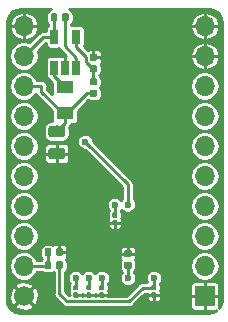
<source format=gbl>
G04 #@! TF.GenerationSoftware,KiCad,Pcbnew,(5.0.1)-3*
G04 #@! TF.CreationDate,2018-11-05T23:25:50+01:00*
G04 #@! TF.ProjectId,project,70726F6A6563742E6B696361645F7063,rev?*
G04 #@! TF.SameCoordinates,Original*
G04 #@! TF.FileFunction,Copper,L2,Bot,Signal*
G04 #@! TF.FilePolarity,Positive*
%FSLAX46Y46*%
G04 Gerber Fmt 4.6, Leading zero omitted, Abs format (unit mm)*
G04 Created by KiCad (PCBNEW (5.0.1)-3) date 11/05/18 23:25:50*
%MOMM*%
%LPD*%
G01*
G04 APERTURE LIST*
G04 #@! TA.AperFunction,Conductor*
%ADD10C,0.100000*%
G04 #@! TD*
G04 #@! TA.AperFunction,SMDPad,CuDef*
%ADD11C,0.590000*%
G04 #@! TD*
G04 #@! TA.AperFunction,SMDPad,CuDef*
%ADD12C,0.400000*%
G04 #@! TD*
G04 #@! TA.AperFunction,SMDPad,CuDef*
%ADD13R,0.650000X1.220000*%
G04 #@! TD*
G04 #@! TA.AperFunction,ComponentPad*
%ADD14O,1.700000X1.700000*%
G04 #@! TD*
G04 #@! TA.AperFunction,ComponentPad*
%ADD15R,1.700000X1.700000*%
G04 #@! TD*
G04 #@! TA.AperFunction,ComponentPad*
%ADD16C,1.700000*%
G04 #@! TD*
G04 #@! TA.AperFunction,SMDPad,CuDef*
%ADD17R,1.450000X1.100000*%
G04 #@! TD*
G04 #@! TA.AperFunction,SMDPad,CuDef*
%ADD18C,0.975000*%
G04 #@! TD*
G04 #@! TA.AperFunction,ViaPad*
%ADD19C,0.600000*%
G04 #@! TD*
G04 #@! TA.AperFunction,Conductor*
%ADD20C,0.250000*%
G04 #@! TD*
G04 APERTURE END LIST*
D10*
G04 #@! TO.N,Net-(R4-Pad1)*
G04 #@! TO.C,R4*
G36*
X128876318Y-61214750D02*
X128890636Y-61216874D01*
X128904677Y-61220391D01*
X128918306Y-61225268D01*
X128931391Y-61231457D01*
X128943807Y-61238898D01*
X128955433Y-61247521D01*
X128966158Y-61257242D01*
X128975879Y-61267967D01*
X128984502Y-61279593D01*
X128991943Y-61292009D01*
X128998132Y-61305094D01*
X129003009Y-61318723D01*
X129006526Y-61332764D01*
X129008650Y-61347082D01*
X129009360Y-61361540D01*
X129009360Y-61706540D01*
X129008650Y-61720998D01*
X129006526Y-61735316D01*
X129003009Y-61749357D01*
X128998132Y-61762986D01*
X128991943Y-61776071D01*
X128984502Y-61788487D01*
X128975879Y-61800113D01*
X128966158Y-61810838D01*
X128955433Y-61820559D01*
X128943807Y-61829182D01*
X128931391Y-61836623D01*
X128918306Y-61842812D01*
X128904677Y-61847689D01*
X128890636Y-61851206D01*
X128876318Y-61853330D01*
X128861860Y-61854040D01*
X128566860Y-61854040D01*
X128552402Y-61853330D01*
X128538084Y-61851206D01*
X128524043Y-61847689D01*
X128510414Y-61842812D01*
X128497329Y-61836623D01*
X128484913Y-61829182D01*
X128473287Y-61820559D01*
X128462562Y-61810838D01*
X128452841Y-61800113D01*
X128444218Y-61788487D01*
X128436777Y-61776071D01*
X128430588Y-61762986D01*
X128425711Y-61749357D01*
X128422194Y-61735316D01*
X128420070Y-61720998D01*
X128419360Y-61706540D01*
X128419360Y-61361540D01*
X128420070Y-61347082D01*
X128422194Y-61332764D01*
X128425711Y-61318723D01*
X128430588Y-61305094D01*
X128436777Y-61292009D01*
X128444218Y-61279593D01*
X128452841Y-61267967D01*
X128462562Y-61257242D01*
X128473287Y-61247521D01*
X128484913Y-61238898D01*
X128497329Y-61231457D01*
X128510414Y-61225268D01*
X128524043Y-61220391D01*
X128538084Y-61216874D01*
X128552402Y-61214750D01*
X128566860Y-61214040D01*
X128861860Y-61214040D01*
X128876318Y-61214750D01*
X128876318Y-61214750D01*
G37*
D11*
G04 #@! TD*
G04 #@! TO.P,R4,1*
G04 #@! TO.N,Net-(R4-Pad1)*
X128714360Y-61534040D03*
D10*
G04 #@! TO.N,+5V*
G04 #@! TO.C,R4*
G36*
X127906318Y-61214750D02*
X127920636Y-61216874D01*
X127934677Y-61220391D01*
X127948306Y-61225268D01*
X127961391Y-61231457D01*
X127973807Y-61238898D01*
X127985433Y-61247521D01*
X127996158Y-61257242D01*
X128005879Y-61267967D01*
X128014502Y-61279593D01*
X128021943Y-61292009D01*
X128028132Y-61305094D01*
X128033009Y-61318723D01*
X128036526Y-61332764D01*
X128038650Y-61347082D01*
X128039360Y-61361540D01*
X128039360Y-61706540D01*
X128038650Y-61720998D01*
X128036526Y-61735316D01*
X128033009Y-61749357D01*
X128028132Y-61762986D01*
X128021943Y-61776071D01*
X128014502Y-61788487D01*
X128005879Y-61800113D01*
X127996158Y-61810838D01*
X127985433Y-61820559D01*
X127973807Y-61829182D01*
X127961391Y-61836623D01*
X127948306Y-61842812D01*
X127934677Y-61847689D01*
X127920636Y-61851206D01*
X127906318Y-61853330D01*
X127891860Y-61854040D01*
X127596860Y-61854040D01*
X127582402Y-61853330D01*
X127568084Y-61851206D01*
X127554043Y-61847689D01*
X127540414Y-61842812D01*
X127527329Y-61836623D01*
X127514913Y-61829182D01*
X127503287Y-61820559D01*
X127492562Y-61810838D01*
X127482841Y-61800113D01*
X127474218Y-61788487D01*
X127466777Y-61776071D01*
X127460588Y-61762986D01*
X127455711Y-61749357D01*
X127452194Y-61735316D01*
X127450070Y-61720998D01*
X127449360Y-61706540D01*
X127449360Y-61361540D01*
X127450070Y-61347082D01*
X127452194Y-61332764D01*
X127455711Y-61318723D01*
X127460588Y-61305094D01*
X127466777Y-61292009D01*
X127474218Y-61279593D01*
X127482841Y-61267967D01*
X127492562Y-61257242D01*
X127503287Y-61247521D01*
X127514913Y-61238898D01*
X127527329Y-61231457D01*
X127540414Y-61225268D01*
X127554043Y-61220391D01*
X127568084Y-61216874D01*
X127582402Y-61214750D01*
X127596860Y-61214040D01*
X127891860Y-61214040D01*
X127906318Y-61214750D01*
X127906318Y-61214750D01*
G37*
D11*
G04 #@! TD*
G04 #@! TO.P,R4,2*
G04 #@! TO.N,+5V*
X127744360Y-61534040D03*
D10*
G04 #@! TO.N,/V_BATT*
G04 #@! TO.C,C4*
G36*
X134184658Y-82231310D02*
X134198976Y-82233434D01*
X134213017Y-82236951D01*
X134226646Y-82241828D01*
X134239731Y-82248017D01*
X134252147Y-82255458D01*
X134263773Y-82264081D01*
X134274498Y-82273802D01*
X134284219Y-82284527D01*
X134292842Y-82296153D01*
X134300283Y-82308569D01*
X134306472Y-82321654D01*
X134311349Y-82335283D01*
X134314866Y-82349324D01*
X134316990Y-82363642D01*
X134317700Y-82378100D01*
X134317700Y-82673100D01*
X134316990Y-82687558D01*
X134314866Y-82701876D01*
X134311349Y-82715917D01*
X134306472Y-82729546D01*
X134300283Y-82742631D01*
X134292842Y-82755047D01*
X134284219Y-82766673D01*
X134274498Y-82777398D01*
X134263773Y-82787119D01*
X134252147Y-82795742D01*
X134239731Y-82803183D01*
X134226646Y-82809372D01*
X134213017Y-82814249D01*
X134198976Y-82817766D01*
X134184658Y-82819890D01*
X134170200Y-82820600D01*
X133825200Y-82820600D01*
X133810742Y-82819890D01*
X133796424Y-82817766D01*
X133782383Y-82814249D01*
X133768754Y-82809372D01*
X133755669Y-82803183D01*
X133743253Y-82795742D01*
X133731627Y-82787119D01*
X133720902Y-82777398D01*
X133711181Y-82766673D01*
X133702558Y-82755047D01*
X133695117Y-82742631D01*
X133688928Y-82729546D01*
X133684051Y-82715917D01*
X133680534Y-82701876D01*
X133678410Y-82687558D01*
X133677700Y-82673100D01*
X133677700Y-82378100D01*
X133678410Y-82363642D01*
X133680534Y-82349324D01*
X133684051Y-82335283D01*
X133688928Y-82321654D01*
X133695117Y-82308569D01*
X133702558Y-82296153D01*
X133711181Y-82284527D01*
X133720902Y-82273802D01*
X133731627Y-82264081D01*
X133743253Y-82255458D01*
X133755669Y-82248017D01*
X133768754Y-82241828D01*
X133782383Y-82236951D01*
X133796424Y-82233434D01*
X133810742Y-82231310D01*
X133825200Y-82230600D01*
X134170200Y-82230600D01*
X134184658Y-82231310D01*
X134184658Y-82231310D01*
G37*
D11*
G04 #@! TD*
G04 #@! TO.P,C4,1*
G04 #@! TO.N,/V_BATT*
X133997700Y-82525600D03*
D10*
G04 #@! TO.N,GND*
G04 #@! TO.C,C4*
G36*
X134184658Y-81261310D02*
X134198976Y-81263434D01*
X134213017Y-81266951D01*
X134226646Y-81271828D01*
X134239731Y-81278017D01*
X134252147Y-81285458D01*
X134263773Y-81294081D01*
X134274498Y-81303802D01*
X134284219Y-81314527D01*
X134292842Y-81326153D01*
X134300283Y-81338569D01*
X134306472Y-81351654D01*
X134311349Y-81365283D01*
X134314866Y-81379324D01*
X134316990Y-81393642D01*
X134317700Y-81408100D01*
X134317700Y-81703100D01*
X134316990Y-81717558D01*
X134314866Y-81731876D01*
X134311349Y-81745917D01*
X134306472Y-81759546D01*
X134300283Y-81772631D01*
X134292842Y-81785047D01*
X134284219Y-81796673D01*
X134274498Y-81807398D01*
X134263773Y-81817119D01*
X134252147Y-81825742D01*
X134239731Y-81833183D01*
X134226646Y-81839372D01*
X134213017Y-81844249D01*
X134198976Y-81847766D01*
X134184658Y-81849890D01*
X134170200Y-81850600D01*
X133825200Y-81850600D01*
X133810742Y-81849890D01*
X133796424Y-81847766D01*
X133782383Y-81844249D01*
X133768754Y-81839372D01*
X133755669Y-81833183D01*
X133743253Y-81825742D01*
X133731627Y-81817119D01*
X133720902Y-81807398D01*
X133711181Y-81796673D01*
X133702558Y-81785047D01*
X133695117Y-81772631D01*
X133688928Y-81759546D01*
X133684051Y-81745917D01*
X133680534Y-81731876D01*
X133678410Y-81717558D01*
X133677700Y-81703100D01*
X133677700Y-81408100D01*
X133678410Y-81393642D01*
X133680534Y-81379324D01*
X133684051Y-81365283D01*
X133688928Y-81351654D01*
X133695117Y-81338569D01*
X133702558Y-81326153D01*
X133711181Y-81314527D01*
X133720902Y-81303802D01*
X133731627Y-81294081D01*
X133743253Y-81285458D01*
X133755669Y-81278017D01*
X133768754Y-81271828D01*
X133782383Y-81266951D01*
X133796424Y-81263434D01*
X133810742Y-81261310D01*
X133825200Y-81260600D01*
X134170200Y-81260600D01*
X134184658Y-81261310D01*
X134184658Y-81261310D01*
G37*
D11*
G04 #@! TD*
G04 #@! TO.P,C4,2*
G04 #@! TO.N,GND*
X133997700Y-81555600D03*
D10*
G04 #@! TO.N,GND*
G04 #@! TO.C,C5*
G36*
X128369458Y-81100410D02*
X128383776Y-81102534D01*
X128397817Y-81106051D01*
X128411446Y-81110928D01*
X128424531Y-81117117D01*
X128436947Y-81124558D01*
X128448573Y-81133181D01*
X128459298Y-81142902D01*
X128469019Y-81153627D01*
X128477642Y-81165253D01*
X128485083Y-81177669D01*
X128491272Y-81190754D01*
X128496149Y-81204383D01*
X128499666Y-81218424D01*
X128501790Y-81232742D01*
X128502500Y-81247200D01*
X128502500Y-81592200D01*
X128501790Y-81606658D01*
X128499666Y-81620976D01*
X128496149Y-81635017D01*
X128491272Y-81648646D01*
X128485083Y-81661731D01*
X128477642Y-81674147D01*
X128469019Y-81685773D01*
X128459298Y-81696498D01*
X128448573Y-81706219D01*
X128436947Y-81714842D01*
X128424531Y-81722283D01*
X128411446Y-81728472D01*
X128397817Y-81733349D01*
X128383776Y-81736866D01*
X128369458Y-81738990D01*
X128355000Y-81739700D01*
X128060000Y-81739700D01*
X128045542Y-81738990D01*
X128031224Y-81736866D01*
X128017183Y-81733349D01*
X128003554Y-81728472D01*
X127990469Y-81722283D01*
X127978053Y-81714842D01*
X127966427Y-81706219D01*
X127955702Y-81696498D01*
X127945981Y-81685773D01*
X127937358Y-81674147D01*
X127929917Y-81661731D01*
X127923728Y-81648646D01*
X127918851Y-81635017D01*
X127915334Y-81620976D01*
X127913210Y-81606658D01*
X127912500Y-81592200D01*
X127912500Y-81247200D01*
X127913210Y-81232742D01*
X127915334Y-81218424D01*
X127918851Y-81204383D01*
X127923728Y-81190754D01*
X127929917Y-81177669D01*
X127937358Y-81165253D01*
X127945981Y-81153627D01*
X127955702Y-81142902D01*
X127966427Y-81133181D01*
X127978053Y-81124558D01*
X127990469Y-81117117D01*
X128003554Y-81110928D01*
X128017183Y-81106051D01*
X128031224Y-81102534D01*
X128045542Y-81100410D01*
X128060000Y-81099700D01*
X128355000Y-81099700D01*
X128369458Y-81100410D01*
X128369458Y-81100410D01*
G37*
D11*
G04 #@! TD*
G04 #@! TO.P,C5,2*
G04 #@! TO.N,GND*
X128207500Y-81419700D03*
D10*
G04 #@! TO.N,/VCC_F*
G04 #@! TO.C,C5*
G36*
X127399458Y-81100410D02*
X127413776Y-81102534D01*
X127427817Y-81106051D01*
X127441446Y-81110928D01*
X127454531Y-81117117D01*
X127466947Y-81124558D01*
X127478573Y-81133181D01*
X127489298Y-81142902D01*
X127499019Y-81153627D01*
X127507642Y-81165253D01*
X127515083Y-81177669D01*
X127521272Y-81190754D01*
X127526149Y-81204383D01*
X127529666Y-81218424D01*
X127531790Y-81232742D01*
X127532500Y-81247200D01*
X127532500Y-81592200D01*
X127531790Y-81606658D01*
X127529666Y-81620976D01*
X127526149Y-81635017D01*
X127521272Y-81648646D01*
X127515083Y-81661731D01*
X127507642Y-81674147D01*
X127499019Y-81685773D01*
X127489298Y-81696498D01*
X127478573Y-81706219D01*
X127466947Y-81714842D01*
X127454531Y-81722283D01*
X127441446Y-81728472D01*
X127427817Y-81733349D01*
X127413776Y-81736866D01*
X127399458Y-81738990D01*
X127385000Y-81739700D01*
X127090000Y-81739700D01*
X127075542Y-81738990D01*
X127061224Y-81736866D01*
X127047183Y-81733349D01*
X127033554Y-81728472D01*
X127020469Y-81722283D01*
X127008053Y-81714842D01*
X126996427Y-81706219D01*
X126985702Y-81696498D01*
X126975981Y-81685773D01*
X126967358Y-81674147D01*
X126959917Y-81661731D01*
X126953728Y-81648646D01*
X126948851Y-81635017D01*
X126945334Y-81620976D01*
X126943210Y-81606658D01*
X126942500Y-81592200D01*
X126942500Y-81247200D01*
X126943210Y-81232742D01*
X126945334Y-81218424D01*
X126948851Y-81204383D01*
X126953728Y-81190754D01*
X126959917Y-81177669D01*
X126967358Y-81165253D01*
X126975981Y-81153627D01*
X126985702Y-81142902D01*
X126996427Y-81133181D01*
X127008053Y-81124558D01*
X127020469Y-81117117D01*
X127033554Y-81110928D01*
X127047183Y-81106051D01*
X127061224Y-81102534D01*
X127075542Y-81100410D01*
X127090000Y-81099700D01*
X127385000Y-81099700D01*
X127399458Y-81100410D01*
X127399458Y-81100410D01*
G37*
D11*
G04 #@! TD*
G04 #@! TO.P,C5,1*
G04 #@! TO.N,/VCC_F*
X127237500Y-81419700D03*
D10*
G04 #@! TO.N,/VCC*
G04 #@! TO.C,C6*
G36*
X136299522Y-84197582D02*
X136309229Y-84199021D01*
X136318748Y-84201406D01*
X136327988Y-84204712D01*
X136336860Y-84208908D01*
X136345277Y-84213953D01*
X136353159Y-84219799D01*
X136360431Y-84226389D01*
X136367021Y-84233661D01*
X136372867Y-84241543D01*
X136377912Y-84249960D01*
X136382108Y-84258832D01*
X136385414Y-84268072D01*
X136387799Y-84277591D01*
X136389238Y-84287298D01*
X136389720Y-84297100D01*
X136389720Y-84557100D01*
X136389238Y-84566902D01*
X136387799Y-84576609D01*
X136385414Y-84586128D01*
X136382108Y-84595368D01*
X136377912Y-84604240D01*
X136372867Y-84612657D01*
X136367021Y-84620539D01*
X136360431Y-84627811D01*
X136353159Y-84634401D01*
X136345277Y-84640247D01*
X136336860Y-84645292D01*
X136327988Y-84649488D01*
X136318748Y-84652794D01*
X136309229Y-84655179D01*
X136299522Y-84656618D01*
X136289720Y-84657100D01*
X136089720Y-84657100D01*
X136079918Y-84656618D01*
X136070211Y-84655179D01*
X136060692Y-84652794D01*
X136051452Y-84649488D01*
X136042580Y-84645292D01*
X136034163Y-84640247D01*
X136026281Y-84634401D01*
X136019009Y-84627811D01*
X136012419Y-84620539D01*
X136006573Y-84612657D01*
X136001528Y-84604240D01*
X135997332Y-84595368D01*
X135994026Y-84586128D01*
X135991641Y-84576609D01*
X135990202Y-84566902D01*
X135989720Y-84557100D01*
X135989720Y-84297100D01*
X135990202Y-84287298D01*
X135991641Y-84277591D01*
X135994026Y-84268072D01*
X135997332Y-84258832D01*
X136001528Y-84249960D01*
X136006573Y-84241543D01*
X136012419Y-84233661D01*
X136019009Y-84226389D01*
X136026281Y-84219799D01*
X136034163Y-84213953D01*
X136042580Y-84208908D01*
X136051452Y-84204712D01*
X136060692Y-84201406D01*
X136070211Y-84199021D01*
X136079918Y-84197582D01*
X136089720Y-84197100D01*
X136289720Y-84197100D01*
X136299522Y-84197582D01*
X136299522Y-84197582D01*
G37*
D12*
G04 #@! TD*
G04 #@! TO.P,C6,1*
G04 #@! TO.N,/VCC*
X136189720Y-84427100D03*
D10*
G04 #@! TO.N,GND*
G04 #@! TO.C,C6*
G36*
X136299522Y-84837582D02*
X136309229Y-84839021D01*
X136318748Y-84841406D01*
X136327988Y-84844712D01*
X136336860Y-84848908D01*
X136345277Y-84853953D01*
X136353159Y-84859799D01*
X136360431Y-84866389D01*
X136367021Y-84873661D01*
X136372867Y-84881543D01*
X136377912Y-84889960D01*
X136382108Y-84898832D01*
X136385414Y-84908072D01*
X136387799Y-84917591D01*
X136389238Y-84927298D01*
X136389720Y-84937100D01*
X136389720Y-85197100D01*
X136389238Y-85206902D01*
X136387799Y-85216609D01*
X136385414Y-85226128D01*
X136382108Y-85235368D01*
X136377912Y-85244240D01*
X136372867Y-85252657D01*
X136367021Y-85260539D01*
X136360431Y-85267811D01*
X136353159Y-85274401D01*
X136345277Y-85280247D01*
X136336860Y-85285292D01*
X136327988Y-85289488D01*
X136318748Y-85292794D01*
X136309229Y-85295179D01*
X136299522Y-85296618D01*
X136289720Y-85297100D01*
X136089720Y-85297100D01*
X136079918Y-85296618D01*
X136070211Y-85295179D01*
X136060692Y-85292794D01*
X136051452Y-85289488D01*
X136042580Y-85285292D01*
X136034163Y-85280247D01*
X136026281Y-85274401D01*
X136019009Y-85267811D01*
X136012419Y-85260539D01*
X136006573Y-85252657D01*
X136001528Y-85244240D01*
X135997332Y-85235368D01*
X135994026Y-85226128D01*
X135991641Y-85216609D01*
X135990202Y-85206902D01*
X135989720Y-85197100D01*
X135989720Y-84937100D01*
X135990202Y-84927298D01*
X135991641Y-84917591D01*
X135994026Y-84908072D01*
X135997332Y-84898832D01*
X136001528Y-84889960D01*
X136006573Y-84881543D01*
X136012419Y-84873661D01*
X136019009Y-84866389D01*
X136026281Y-84859799D01*
X136034163Y-84853953D01*
X136042580Y-84848908D01*
X136051452Y-84844712D01*
X136060692Y-84841406D01*
X136070211Y-84839021D01*
X136079918Y-84837582D01*
X136089720Y-84837100D01*
X136289720Y-84837100D01*
X136299522Y-84837582D01*
X136299522Y-84837582D01*
G37*
D12*
G04 #@! TD*
G04 #@! TO.P,C6,2*
G04 #@! TO.N,GND*
X136189720Y-85067100D03*
D10*
G04 #@! TO.N,GND*
G04 #@! TO.C,C7*
G36*
X133002602Y-78705982D02*
X133012309Y-78707421D01*
X133021828Y-78709806D01*
X133031068Y-78713112D01*
X133039940Y-78717308D01*
X133048357Y-78722353D01*
X133056239Y-78728199D01*
X133063511Y-78734789D01*
X133070101Y-78742061D01*
X133075947Y-78749943D01*
X133080992Y-78758360D01*
X133085188Y-78767232D01*
X133088494Y-78776472D01*
X133090879Y-78785991D01*
X133092318Y-78795698D01*
X133092800Y-78805500D01*
X133092800Y-79065500D01*
X133092318Y-79075302D01*
X133090879Y-79085009D01*
X133088494Y-79094528D01*
X133085188Y-79103768D01*
X133080992Y-79112640D01*
X133075947Y-79121057D01*
X133070101Y-79128939D01*
X133063511Y-79136211D01*
X133056239Y-79142801D01*
X133048357Y-79148647D01*
X133039940Y-79153692D01*
X133031068Y-79157888D01*
X133021828Y-79161194D01*
X133012309Y-79163579D01*
X133002602Y-79165018D01*
X132992800Y-79165500D01*
X132792800Y-79165500D01*
X132782998Y-79165018D01*
X132773291Y-79163579D01*
X132763772Y-79161194D01*
X132754532Y-79157888D01*
X132745660Y-79153692D01*
X132737243Y-79148647D01*
X132729361Y-79142801D01*
X132722089Y-79136211D01*
X132715499Y-79128939D01*
X132709653Y-79121057D01*
X132704608Y-79112640D01*
X132700412Y-79103768D01*
X132697106Y-79094528D01*
X132694721Y-79085009D01*
X132693282Y-79075302D01*
X132692800Y-79065500D01*
X132692800Y-78805500D01*
X132693282Y-78795698D01*
X132694721Y-78785991D01*
X132697106Y-78776472D01*
X132700412Y-78767232D01*
X132704608Y-78758360D01*
X132709653Y-78749943D01*
X132715499Y-78742061D01*
X132722089Y-78734789D01*
X132729361Y-78728199D01*
X132737243Y-78722353D01*
X132745660Y-78717308D01*
X132754532Y-78713112D01*
X132763772Y-78709806D01*
X132773291Y-78707421D01*
X132782998Y-78705982D01*
X132792800Y-78705500D01*
X132992800Y-78705500D01*
X133002602Y-78705982D01*
X133002602Y-78705982D01*
G37*
D12*
G04 #@! TD*
G04 #@! TO.P,C7,2*
G04 #@! TO.N,GND*
X132892800Y-78935500D03*
D10*
G04 #@! TO.N,/VCC_RF*
G04 #@! TO.C,C7*
G36*
X133002602Y-78065982D02*
X133012309Y-78067421D01*
X133021828Y-78069806D01*
X133031068Y-78073112D01*
X133039940Y-78077308D01*
X133048357Y-78082353D01*
X133056239Y-78088199D01*
X133063511Y-78094789D01*
X133070101Y-78102061D01*
X133075947Y-78109943D01*
X133080992Y-78118360D01*
X133085188Y-78127232D01*
X133088494Y-78136472D01*
X133090879Y-78145991D01*
X133092318Y-78155698D01*
X133092800Y-78165500D01*
X133092800Y-78425500D01*
X133092318Y-78435302D01*
X133090879Y-78445009D01*
X133088494Y-78454528D01*
X133085188Y-78463768D01*
X133080992Y-78472640D01*
X133075947Y-78481057D01*
X133070101Y-78488939D01*
X133063511Y-78496211D01*
X133056239Y-78502801D01*
X133048357Y-78508647D01*
X133039940Y-78513692D01*
X133031068Y-78517888D01*
X133021828Y-78521194D01*
X133012309Y-78523579D01*
X133002602Y-78525018D01*
X132992800Y-78525500D01*
X132792800Y-78525500D01*
X132782998Y-78525018D01*
X132773291Y-78523579D01*
X132763772Y-78521194D01*
X132754532Y-78517888D01*
X132745660Y-78513692D01*
X132737243Y-78508647D01*
X132729361Y-78502801D01*
X132722089Y-78496211D01*
X132715499Y-78488939D01*
X132709653Y-78481057D01*
X132704608Y-78472640D01*
X132700412Y-78463768D01*
X132697106Y-78454528D01*
X132694721Y-78445009D01*
X132693282Y-78435302D01*
X132692800Y-78425500D01*
X132692800Y-78165500D01*
X132693282Y-78155698D01*
X132694721Y-78145991D01*
X132697106Y-78136472D01*
X132700412Y-78127232D01*
X132704608Y-78118360D01*
X132709653Y-78109943D01*
X132715499Y-78102061D01*
X132722089Y-78094789D01*
X132729361Y-78088199D01*
X132737243Y-78082353D01*
X132745660Y-78077308D01*
X132754532Y-78073112D01*
X132763772Y-78069806D01*
X132773291Y-78067421D01*
X132782998Y-78065982D01*
X132792800Y-78065500D01*
X132992800Y-78065500D01*
X133002602Y-78065982D01*
X133002602Y-78065982D01*
G37*
D12*
G04 #@! TD*
G04 #@! TO.P,C7,1*
G04 #@! TO.N,/VCC_RF*
X132892800Y-78295500D03*
D10*
G04 #@! TO.N,/1PPS*
G04 #@! TO.C,C8*
G36*
X131897702Y-84197582D02*
X131907409Y-84199021D01*
X131916928Y-84201406D01*
X131926168Y-84204712D01*
X131935040Y-84208908D01*
X131943457Y-84213953D01*
X131951339Y-84219799D01*
X131958611Y-84226389D01*
X131965201Y-84233661D01*
X131971047Y-84241543D01*
X131976092Y-84249960D01*
X131980288Y-84258832D01*
X131983594Y-84268072D01*
X131985979Y-84277591D01*
X131987418Y-84287298D01*
X131987900Y-84297100D01*
X131987900Y-84557100D01*
X131987418Y-84566902D01*
X131985979Y-84576609D01*
X131983594Y-84586128D01*
X131980288Y-84595368D01*
X131976092Y-84604240D01*
X131971047Y-84612657D01*
X131965201Y-84620539D01*
X131958611Y-84627811D01*
X131951339Y-84634401D01*
X131943457Y-84640247D01*
X131935040Y-84645292D01*
X131926168Y-84649488D01*
X131916928Y-84652794D01*
X131907409Y-84655179D01*
X131897702Y-84656618D01*
X131887900Y-84657100D01*
X131687900Y-84657100D01*
X131678098Y-84656618D01*
X131668391Y-84655179D01*
X131658872Y-84652794D01*
X131649632Y-84649488D01*
X131640760Y-84645292D01*
X131632343Y-84640247D01*
X131624461Y-84634401D01*
X131617189Y-84627811D01*
X131610599Y-84620539D01*
X131604753Y-84612657D01*
X131599708Y-84604240D01*
X131595512Y-84595368D01*
X131592206Y-84586128D01*
X131589821Y-84576609D01*
X131588382Y-84566902D01*
X131587900Y-84557100D01*
X131587900Y-84297100D01*
X131588382Y-84287298D01*
X131589821Y-84277591D01*
X131592206Y-84268072D01*
X131595512Y-84258832D01*
X131599708Y-84249960D01*
X131604753Y-84241543D01*
X131610599Y-84233661D01*
X131617189Y-84226389D01*
X131624461Y-84219799D01*
X131632343Y-84213953D01*
X131640760Y-84208908D01*
X131649632Y-84204712D01*
X131658872Y-84201406D01*
X131668391Y-84199021D01*
X131678098Y-84197582D01*
X131687900Y-84197100D01*
X131887900Y-84197100D01*
X131897702Y-84197582D01*
X131897702Y-84197582D01*
G37*
D12*
G04 #@! TD*
G04 #@! TO.P,C8,1*
G04 #@! TO.N,/1PPS*
X131787900Y-84427100D03*
D10*
G04 #@! TO.N,GND*
G04 #@! TO.C,C8*
G36*
X131897702Y-84837582D02*
X131907409Y-84839021D01*
X131916928Y-84841406D01*
X131926168Y-84844712D01*
X131935040Y-84848908D01*
X131943457Y-84853953D01*
X131951339Y-84859799D01*
X131958611Y-84866389D01*
X131965201Y-84873661D01*
X131971047Y-84881543D01*
X131976092Y-84889960D01*
X131980288Y-84898832D01*
X131983594Y-84908072D01*
X131985979Y-84917591D01*
X131987418Y-84927298D01*
X131987900Y-84937100D01*
X131987900Y-85197100D01*
X131987418Y-85206902D01*
X131985979Y-85216609D01*
X131983594Y-85226128D01*
X131980288Y-85235368D01*
X131976092Y-85244240D01*
X131971047Y-85252657D01*
X131965201Y-85260539D01*
X131958611Y-85267811D01*
X131951339Y-85274401D01*
X131943457Y-85280247D01*
X131935040Y-85285292D01*
X131926168Y-85289488D01*
X131916928Y-85292794D01*
X131907409Y-85295179D01*
X131897702Y-85296618D01*
X131887900Y-85297100D01*
X131687900Y-85297100D01*
X131678098Y-85296618D01*
X131668391Y-85295179D01*
X131658872Y-85292794D01*
X131649632Y-85289488D01*
X131640760Y-85285292D01*
X131632343Y-85280247D01*
X131624461Y-85274401D01*
X131617189Y-85267811D01*
X131610599Y-85260539D01*
X131604753Y-85252657D01*
X131599708Y-85244240D01*
X131595512Y-85235368D01*
X131592206Y-85226128D01*
X131589821Y-85216609D01*
X131588382Y-85206902D01*
X131587900Y-85197100D01*
X131587900Y-84937100D01*
X131588382Y-84927298D01*
X131589821Y-84917591D01*
X131592206Y-84908072D01*
X131595512Y-84898832D01*
X131599708Y-84889960D01*
X131604753Y-84881543D01*
X131610599Y-84873661D01*
X131617189Y-84866389D01*
X131624461Y-84859799D01*
X131632343Y-84853953D01*
X131640760Y-84848908D01*
X131649632Y-84844712D01*
X131658872Y-84841406D01*
X131668391Y-84839021D01*
X131678098Y-84837582D01*
X131687900Y-84837100D01*
X131887900Y-84837100D01*
X131897702Y-84837582D01*
X131897702Y-84837582D01*
G37*
D12*
G04 #@! TD*
G04 #@! TO.P,C8,2*
G04 #@! TO.N,GND*
X131787900Y-85067100D03*
D10*
G04 #@! TO.N,GND*
G04 #@! TO.C,C9*
G36*
X130805502Y-84837582D02*
X130815209Y-84839021D01*
X130824728Y-84841406D01*
X130833968Y-84844712D01*
X130842840Y-84848908D01*
X130851257Y-84853953D01*
X130859139Y-84859799D01*
X130866411Y-84866389D01*
X130873001Y-84873661D01*
X130878847Y-84881543D01*
X130883892Y-84889960D01*
X130888088Y-84898832D01*
X130891394Y-84908072D01*
X130893779Y-84917591D01*
X130895218Y-84927298D01*
X130895700Y-84937100D01*
X130895700Y-85197100D01*
X130895218Y-85206902D01*
X130893779Y-85216609D01*
X130891394Y-85226128D01*
X130888088Y-85235368D01*
X130883892Y-85244240D01*
X130878847Y-85252657D01*
X130873001Y-85260539D01*
X130866411Y-85267811D01*
X130859139Y-85274401D01*
X130851257Y-85280247D01*
X130842840Y-85285292D01*
X130833968Y-85289488D01*
X130824728Y-85292794D01*
X130815209Y-85295179D01*
X130805502Y-85296618D01*
X130795700Y-85297100D01*
X130595700Y-85297100D01*
X130585898Y-85296618D01*
X130576191Y-85295179D01*
X130566672Y-85292794D01*
X130557432Y-85289488D01*
X130548560Y-85285292D01*
X130540143Y-85280247D01*
X130532261Y-85274401D01*
X130524989Y-85267811D01*
X130518399Y-85260539D01*
X130512553Y-85252657D01*
X130507508Y-85244240D01*
X130503312Y-85235368D01*
X130500006Y-85226128D01*
X130497621Y-85216609D01*
X130496182Y-85206902D01*
X130495700Y-85197100D01*
X130495700Y-84937100D01*
X130496182Y-84927298D01*
X130497621Y-84917591D01*
X130500006Y-84908072D01*
X130503312Y-84898832D01*
X130507508Y-84889960D01*
X130512553Y-84881543D01*
X130518399Y-84873661D01*
X130524989Y-84866389D01*
X130532261Y-84859799D01*
X130540143Y-84853953D01*
X130548560Y-84848908D01*
X130557432Y-84844712D01*
X130566672Y-84841406D01*
X130576191Y-84839021D01*
X130585898Y-84837582D01*
X130595700Y-84837100D01*
X130795700Y-84837100D01*
X130805502Y-84837582D01*
X130805502Y-84837582D01*
G37*
D12*
G04 #@! TD*
G04 #@! TO.P,C9,2*
G04 #@! TO.N,GND*
X130695700Y-85067100D03*
D10*
G04 #@! TO.N,/UART_RX*
G04 #@! TO.C,C9*
G36*
X130805502Y-84197582D02*
X130815209Y-84199021D01*
X130824728Y-84201406D01*
X130833968Y-84204712D01*
X130842840Y-84208908D01*
X130851257Y-84213953D01*
X130859139Y-84219799D01*
X130866411Y-84226389D01*
X130873001Y-84233661D01*
X130878847Y-84241543D01*
X130883892Y-84249960D01*
X130888088Y-84258832D01*
X130891394Y-84268072D01*
X130893779Y-84277591D01*
X130895218Y-84287298D01*
X130895700Y-84297100D01*
X130895700Y-84557100D01*
X130895218Y-84566902D01*
X130893779Y-84576609D01*
X130891394Y-84586128D01*
X130888088Y-84595368D01*
X130883892Y-84604240D01*
X130878847Y-84612657D01*
X130873001Y-84620539D01*
X130866411Y-84627811D01*
X130859139Y-84634401D01*
X130851257Y-84640247D01*
X130842840Y-84645292D01*
X130833968Y-84649488D01*
X130824728Y-84652794D01*
X130815209Y-84655179D01*
X130805502Y-84656618D01*
X130795700Y-84657100D01*
X130595700Y-84657100D01*
X130585898Y-84656618D01*
X130576191Y-84655179D01*
X130566672Y-84652794D01*
X130557432Y-84649488D01*
X130548560Y-84645292D01*
X130540143Y-84640247D01*
X130532261Y-84634401D01*
X130524989Y-84627811D01*
X130518399Y-84620539D01*
X130512553Y-84612657D01*
X130507508Y-84604240D01*
X130503312Y-84595368D01*
X130500006Y-84586128D01*
X130497621Y-84576609D01*
X130496182Y-84566902D01*
X130495700Y-84557100D01*
X130495700Y-84297100D01*
X130496182Y-84287298D01*
X130497621Y-84277591D01*
X130500006Y-84268072D01*
X130503312Y-84258832D01*
X130507508Y-84249960D01*
X130512553Y-84241543D01*
X130518399Y-84233661D01*
X130524989Y-84226389D01*
X130532261Y-84219799D01*
X130540143Y-84213953D01*
X130548560Y-84208908D01*
X130557432Y-84204712D01*
X130566672Y-84201406D01*
X130576191Y-84199021D01*
X130585898Y-84197582D01*
X130595700Y-84197100D01*
X130795700Y-84197100D01*
X130805502Y-84197582D01*
X130805502Y-84197582D01*
G37*
D12*
G04 #@! TD*
G04 #@! TO.P,C9,1*
G04 #@! TO.N,/UART_RX*
X130695700Y-84427100D03*
D10*
G04 #@! TO.N,/UART_TX*
G04 #@! TO.C,C10*
G36*
X129700602Y-84197582D02*
X129710309Y-84199021D01*
X129719828Y-84201406D01*
X129729068Y-84204712D01*
X129737940Y-84208908D01*
X129746357Y-84213953D01*
X129754239Y-84219799D01*
X129761511Y-84226389D01*
X129768101Y-84233661D01*
X129773947Y-84241543D01*
X129778992Y-84249960D01*
X129783188Y-84258832D01*
X129786494Y-84268072D01*
X129788879Y-84277591D01*
X129790318Y-84287298D01*
X129790800Y-84297100D01*
X129790800Y-84557100D01*
X129790318Y-84566902D01*
X129788879Y-84576609D01*
X129786494Y-84586128D01*
X129783188Y-84595368D01*
X129778992Y-84604240D01*
X129773947Y-84612657D01*
X129768101Y-84620539D01*
X129761511Y-84627811D01*
X129754239Y-84634401D01*
X129746357Y-84640247D01*
X129737940Y-84645292D01*
X129729068Y-84649488D01*
X129719828Y-84652794D01*
X129710309Y-84655179D01*
X129700602Y-84656618D01*
X129690800Y-84657100D01*
X129490800Y-84657100D01*
X129480998Y-84656618D01*
X129471291Y-84655179D01*
X129461772Y-84652794D01*
X129452532Y-84649488D01*
X129443660Y-84645292D01*
X129435243Y-84640247D01*
X129427361Y-84634401D01*
X129420089Y-84627811D01*
X129413499Y-84620539D01*
X129407653Y-84612657D01*
X129402608Y-84604240D01*
X129398412Y-84595368D01*
X129395106Y-84586128D01*
X129392721Y-84576609D01*
X129391282Y-84566902D01*
X129390800Y-84557100D01*
X129390800Y-84297100D01*
X129391282Y-84287298D01*
X129392721Y-84277591D01*
X129395106Y-84268072D01*
X129398412Y-84258832D01*
X129402608Y-84249960D01*
X129407653Y-84241543D01*
X129413499Y-84233661D01*
X129420089Y-84226389D01*
X129427361Y-84219799D01*
X129435243Y-84213953D01*
X129443660Y-84208908D01*
X129452532Y-84204712D01*
X129461772Y-84201406D01*
X129471291Y-84199021D01*
X129480998Y-84197582D01*
X129490800Y-84197100D01*
X129690800Y-84197100D01*
X129700602Y-84197582D01*
X129700602Y-84197582D01*
G37*
D12*
G04 #@! TD*
G04 #@! TO.P,C10,1*
G04 #@! TO.N,/UART_TX*
X129590800Y-84427100D03*
D10*
G04 #@! TO.N,GND*
G04 #@! TO.C,C10*
G36*
X129700602Y-84837582D02*
X129710309Y-84839021D01*
X129719828Y-84841406D01*
X129729068Y-84844712D01*
X129737940Y-84848908D01*
X129746357Y-84853953D01*
X129754239Y-84859799D01*
X129761511Y-84866389D01*
X129768101Y-84873661D01*
X129773947Y-84881543D01*
X129778992Y-84889960D01*
X129783188Y-84898832D01*
X129786494Y-84908072D01*
X129788879Y-84917591D01*
X129790318Y-84927298D01*
X129790800Y-84937100D01*
X129790800Y-85197100D01*
X129790318Y-85206902D01*
X129788879Y-85216609D01*
X129786494Y-85226128D01*
X129783188Y-85235368D01*
X129778992Y-85244240D01*
X129773947Y-85252657D01*
X129768101Y-85260539D01*
X129761511Y-85267811D01*
X129754239Y-85274401D01*
X129746357Y-85280247D01*
X129737940Y-85285292D01*
X129729068Y-85289488D01*
X129719828Y-85292794D01*
X129710309Y-85295179D01*
X129700602Y-85296618D01*
X129690800Y-85297100D01*
X129490800Y-85297100D01*
X129480998Y-85296618D01*
X129471291Y-85295179D01*
X129461772Y-85292794D01*
X129452532Y-85289488D01*
X129443660Y-85285292D01*
X129435243Y-85280247D01*
X129427361Y-85274401D01*
X129420089Y-85267811D01*
X129413499Y-85260539D01*
X129407653Y-85252657D01*
X129402608Y-85244240D01*
X129398412Y-85235368D01*
X129395106Y-85226128D01*
X129392721Y-85216609D01*
X129391282Y-85206902D01*
X129390800Y-85197100D01*
X129390800Y-84937100D01*
X129391282Y-84927298D01*
X129392721Y-84917591D01*
X129395106Y-84908072D01*
X129398412Y-84898832D01*
X129402608Y-84889960D01*
X129407653Y-84881543D01*
X129413499Y-84873661D01*
X129420089Y-84866389D01*
X129427361Y-84859799D01*
X129435243Y-84853953D01*
X129443660Y-84848908D01*
X129452532Y-84844712D01*
X129461772Y-84841406D01*
X129471291Y-84839021D01*
X129480998Y-84837582D01*
X129490800Y-84837100D01*
X129690800Y-84837100D01*
X129700602Y-84837582D01*
X129700602Y-84837582D01*
G37*
D12*
G04 #@! TD*
G04 #@! TO.P,C10,2*
G04 #@! TO.N,GND*
X129590800Y-85067100D03*
D10*
G04 #@! TO.N,/VCC*
G04 #@! TO.C,L2*
G36*
X128369458Y-82205310D02*
X128383776Y-82207434D01*
X128397817Y-82210951D01*
X128411446Y-82215828D01*
X128424531Y-82222017D01*
X128436947Y-82229458D01*
X128448573Y-82238081D01*
X128459298Y-82247802D01*
X128469019Y-82258527D01*
X128477642Y-82270153D01*
X128485083Y-82282569D01*
X128491272Y-82295654D01*
X128496149Y-82309283D01*
X128499666Y-82323324D01*
X128501790Y-82337642D01*
X128502500Y-82352100D01*
X128502500Y-82697100D01*
X128501790Y-82711558D01*
X128499666Y-82725876D01*
X128496149Y-82739917D01*
X128491272Y-82753546D01*
X128485083Y-82766631D01*
X128477642Y-82779047D01*
X128469019Y-82790673D01*
X128459298Y-82801398D01*
X128448573Y-82811119D01*
X128436947Y-82819742D01*
X128424531Y-82827183D01*
X128411446Y-82833372D01*
X128397817Y-82838249D01*
X128383776Y-82841766D01*
X128369458Y-82843890D01*
X128355000Y-82844600D01*
X128060000Y-82844600D01*
X128045542Y-82843890D01*
X128031224Y-82841766D01*
X128017183Y-82838249D01*
X128003554Y-82833372D01*
X127990469Y-82827183D01*
X127978053Y-82819742D01*
X127966427Y-82811119D01*
X127955702Y-82801398D01*
X127945981Y-82790673D01*
X127937358Y-82779047D01*
X127929917Y-82766631D01*
X127923728Y-82753546D01*
X127918851Y-82739917D01*
X127915334Y-82725876D01*
X127913210Y-82711558D01*
X127912500Y-82697100D01*
X127912500Y-82352100D01*
X127913210Y-82337642D01*
X127915334Y-82323324D01*
X127918851Y-82309283D01*
X127923728Y-82295654D01*
X127929917Y-82282569D01*
X127937358Y-82270153D01*
X127945981Y-82258527D01*
X127955702Y-82247802D01*
X127966427Y-82238081D01*
X127978053Y-82229458D01*
X127990469Y-82222017D01*
X128003554Y-82215828D01*
X128017183Y-82210951D01*
X128031224Y-82207434D01*
X128045542Y-82205310D01*
X128060000Y-82204600D01*
X128355000Y-82204600D01*
X128369458Y-82205310D01*
X128369458Y-82205310D01*
G37*
D11*
G04 #@! TD*
G04 #@! TO.P,L2,2*
G04 #@! TO.N,/VCC*
X128207500Y-82524600D03*
D10*
G04 #@! TO.N,/VCC_F*
G04 #@! TO.C,L2*
G36*
X127399458Y-82205310D02*
X127413776Y-82207434D01*
X127427817Y-82210951D01*
X127441446Y-82215828D01*
X127454531Y-82222017D01*
X127466947Y-82229458D01*
X127478573Y-82238081D01*
X127489298Y-82247802D01*
X127499019Y-82258527D01*
X127507642Y-82270153D01*
X127515083Y-82282569D01*
X127521272Y-82295654D01*
X127526149Y-82309283D01*
X127529666Y-82323324D01*
X127531790Y-82337642D01*
X127532500Y-82352100D01*
X127532500Y-82697100D01*
X127531790Y-82711558D01*
X127529666Y-82725876D01*
X127526149Y-82739917D01*
X127521272Y-82753546D01*
X127515083Y-82766631D01*
X127507642Y-82779047D01*
X127499019Y-82790673D01*
X127489298Y-82801398D01*
X127478573Y-82811119D01*
X127466947Y-82819742D01*
X127454531Y-82827183D01*
X127441446Y-82833372D01*
X127427817Y-82838249D01*
X127413776Y-82841766D01*
X127399458Y-82843890D01*
X127385000Y-82844600D01*
X127090000Y-82844600D01*
X127075542Y-82843890D01*
X127061224Y-82841766D01*
X127047183Y-82838249D01*
X127033554Y-82833372D01*
X127020469Y-82827183D01*
X127008053Y-82819742D01*
X126996427Y-82811119D01*
X126985702Y-82801398D01*
X126975981Y-82790673D01*
X126967358Y-82779047D01*
X126959917Y-82766631D01*
X126953728Y-82753546D01*
X126948851Y-82739917D01*
X126945334Y-82725876D01*
X126943210Y-82711558D01*
X126942500Y-82697100D01*
X126942500Y-82352100D01*
X126943210Y-82337642D01*
X126945334Y-82323324D01*
X126948851Y-82309283D01*
X126953728Y-82295654D01*
X126959917Y-82282569D01*
X126967358Y-82270153D01*
X126975981Y-82258527D01*
X126985702Y-82247802D01*
X126996427Y-82238081D01*
X127008053Y-82229458D01*
X127020469Y-82222017D01*
X127033554Y-82215828D01*
X127047183Y-82210951D01*
X127061224Y-82207434D01*
X127075542Y-82205310D01*
X127090000Y-82204600D01*
X127385000Y-82204600D01*
X127399458Y-82205310D01*
X127399458Y-82205310D01*
G37*
D11*
G04 #@! TD*
G04 #@! TO.P,L2,1*
G04 #@! TO.N,/VCC_F*
X127237500Y-82524600D03*
D13*
G04 #@! TO.P,U4,1*
G04 #@! TO.N,Net-(R4-Pad1)*
X129641640Y-65815840D03*
G04 #@! TO.P,U4,2*
G04 #@! TO.N,GND*
X128691640Y-65815840D03*
G04 #@! TO.P,U4,3*
G04 #@! TO.N,Net-(L3-Pad1)*
X127741640Y-65815840D03*
G04 #@! TO.P,U4,4*
G04 #@! TO.N,+5V*
X127741640Y-63195840D03*
G04 #@! TO.P,U4,5*
G04 #@! TO.N,Net-(R5-Pad2)*
X129641640Y-63195840D03*
G04 #@! TD*
D10*
G04 #@! TO.N,Net-(R5-Pad2)*
G04 #@! TO.C,R5*
G36*
X131261118Y-66718670D02*
X131275436Y-66720794D01*
X131289477Y-66724311D01*
X131303106Y-66729188D01*
X131316191Y-66735377D01*
X131328607Y-66742818D01*
X131340233Y-66751441D01*
X131350958Y-66761162D01*
X131360679Y-66771887D01*
X131369302Y-66783513D01*
X131376743Y-66795929D01*
X131382932Y-66809014D01*
X131387809Y-66822643D01*
X131391326Y-66836684D01*
X131393450Y-66851002D01*
X131394160Y-66865460D01*
X131394160Y-67160460D01*
X131393450Y-67174918D01*
X131391326Y-67189236D01*
X131387809Y-67203277D01*
X131382932Y-67216906D01*
X131376743Y-67229991D01*
X131369302Y-67242407D01*
X131360679Y-67254033D01*
X131350958Y-67264758D01*
X131340233Y-67274479D01*
X131328607Y-67283102D01*
X131316191Y-67290543D01*
X131303106Y-67296732D01*
X131289477Y-67301609D01*
X131275436Y-67305126D01*
X131261118Y-67307250D01*
X131246660Y-67307960D01*
X130901660Y-67307960D01*
X130887202Y-67307250D01*
X130872884Y-67305126D01*
X130858843Y-67301609D01*
X130845214Y-67296732D01*
X130832129Y-67290543D01*
X130819713Y-67283102D01*
X130808087Y-67274479D01*
X130797362Y-67264758D01*
X130787641Y-67254033D01*
X130779018Y-67242407D01*
X130771577Y-67229991D01*
X130765388Y-67216906D01*
X130760511Y-67203277D01*
X130756994Y-67189236D01*
X130754870Y-67174918D01*
X130754160Y-67160460D01*
X130754160Y-66865460D01*
X130754870Y-66851002D01*
X130756994Y-66836684D01*
X130760511Y-66822643D01*
X130765388Y-66809014D01*
X130771577Y-66795929D01*
X130779018Y-66783513D01*
X130787641Y-66771887D01*
X130797362Y-66761162D01*
X130808087Y-66751441D01*
X130819713Y-66742818D01*
X130832129Y-66735377D01*
X130845214Y-66729188D01*
X130858843Y-66724311D01*
X130872884Y-66720794D01*
X130887202Y-66718670D01*
X130901660Y-66717960D01*
X131246660Y-66717960D01*
X131261118Y-66718670D01*
X131261118Y-66718670D01*
G37*
D11*
G04 #@! TD*
G04 #@! TO.P,R5,2*
G04 #@! TO.N,Net-(R5-Pad2)*
X131074160Y-67012960D03*
D10*
G04 #@! TO.N,+3V3*
G04 #@! TO.C,R5*
G36*
X131261118Y-67688670D02*
X131275436Y-67690794D01*
X131289477Y-67694311D01*
X131303106Y-67699188D01*
X131316191Y-67705377D01*
X131328607Y-67712818D01*
X131340233Y-67721441D01*
X131350958Y-67731162D01*
X131360679Y-67741887D01*
X131369302Y-67753513D01*
X131376743Y-67765929D01*
X131382932Y-67779014D01*
X131387809Y-67792643D01*
X131391326Y-67806684D01*
X131393450Y-67821002D01*
X131394160Y-67835460D01*
X131394160Y-68130460D01*
X131393450Y-68144918D01*
X131391326Y-68159236D01*
X131387809Y-68173277D01*
X131382932Y-68186906D01*
X131376743Y-68199991D01*
X131369302Y-68212407D01*
X131360679Y-68224033D01*
X131350958Y-68234758D01*
X131340233Y-68244479D01*
X131328607Y-68253102D01*
X131316191Y-68260543D01*
X131303106Y-68266732D01*
X131289477Y-68271609D01*
X131275436Y-68275126D01*
X131261118Y-68277250D01*
X131246660Y-68277960D01*
X130901660Y-68277960D01*
X130887202Y-68277250D01*
X130872884Y-68275126D01*
X130858843Y-68271609D01*
X130845214Y-68266732D01*
X130832129Y-68260543D01*
X130819713Y-68253102D01*
X130808087Y-68244479D01*
X130797362Y-68234758D01*
X130787641Y-68224033D01*
X130779018Y-68212407D01*
X130771577Y-68199991D01*
X130765388Y-68186906D01*
X130760511Y-68173277D01*
X130756994Y-68159236D01*
X130754870Y-68144918D01*
X130754160Y-68130460D01*
X130754160Y-67835460D01*
X130754870Y-67821002D01*
X130756994Y-67806684D01*
X130760511Y-67792643D01*
X130765388Y-67779014D01*
X130771577Y-67765929D01*
X130779018Y-67753513D01*
X130787641Y-67741887D01*
X130797362Y-67731162D01*
X130808087Y-67721441D01*
X130819713Y-67712818D01*
X130832129Y-67705377D01*
X130845214Y-67699188D01*
X130858843Y-67694311D01*
X130872884Y-67690794D01*
X130887202Y-67688670D01*
X130901660Y-67687960D01*
X131246660Y-67687960D01*
X131261118Y-67688670D01*
X131261118Y-67688670D01*
G37*
D11*
G04 #@! TD*
G04 #@! TO.P,R5,1*
G04 #@! TO.N,+3V3*
X131074160Y-67982960D03*
D10*
G04 #@! TO.N,Net-(R5-Pad2)*
G04 #@! TO.C,R6*
G36*
X131261118Y-65605870D02*
X131275436Y-65607994D01*
X131289477Y-65611511D01*
X131303106Y-65616388D01*
X131316191Y-65622577D01*
X131328607Y-65630018D01*
X131340233Y-65638641D01*
X131350958Y-65648362D01*
X131360679Y-65659087D01*
X131369302Y-65670713D01*
X131376743Y-65683129D01*
X131382932Y-65696214D01*
X131387809Y-65709843D01*
X131391326Y-65723884D01*
X131393450Y-65738202D01*
X131394160Y-65752660D01*
X131394160Y-66047660D01*
X131393450Y-66062118D01*
X131391326Y-66076436D01*
X131387809Y-66090477D01*
X131382932Y-66104106D01*
X131376743Y-66117191D01*
X131369302Y-66129607D01*
X131360679Y-66141233D01*
X131350958Y-66151958D01*
X131340233Y-66161679D01*
X131328607Y-66170302D01*
X131316191Y-66177743D01*
X131303106Y-66183932D01*
X131289477Y-66188809D01*
X131275436Y-66192326D01*
X131261118Y-66194450D01*
X131246660Y-66195160D01*
X130901660Y-66195160D01*
X130887202Y-66194450D01*
X130872884Y-66192326D01*
X130858843Y-66188809D01*
X130845214Y-66183932D01*
X130832129Y-66177743D01*
X130819713Y-66170302D01*
X130808087Y-66161679D01*
X130797362Y-66151958D01*
X130787641Y-66141233D01*
X130779018Y-66129607D01*
X130771577Y-66117191D01*
X130765388Y-66104106D01*
X130760511Y-66090477D01*
X130756994Y-66076436D01*
X130754870Y-66062118D01*
X130754160Y-66047660D01*
X130754160Y-65752660D01*
X130754870Y-65738202D01*
X130756994Y-65723884D01*
X130760511Y-65709843D01*
X130765388Y-65696214D01*
X130771577Y-65683129D01*
X130779018Y-65670713D01*
X130787641Y-65659087D01*
X130797362Y-65648362D01*
X130808087Y-65638641D01*
X130819713Y-65630018D01*
X130832129Y-65622577D01*
X130845214Y-65616388D01*
X130858843Y-65611511D01*
X130872884Y-65607994D01*
X130887202Y-65605870D01*
X130901660Y-65605160D01*
X131246660Y-65605160D01*
X131261118Y-65605870D01*
X131261118Y-65605870D01*
G37*
D11*
G04 #@! TD*
G04 #@! TO.P,R6,1*
G04 #@! TO.N,Net-(R5-Pad2)*
X131074160Y-65900160D03*
D10*
G04 #@! TO.N,GND*
G04 #@! TO.C,R6*
G36*
X131261118Y-64635870D02*
X131275436Y-64637994D01*
X131289477Y-64641511D01*
X131303106Y-64646388D01*
X131316191Y-64652577D01*
X131328607Y-64660018D01*
X131340233Y-64668641D01*
X131350958Y-64678362D01*
X131360679Y-64689087D01*
X131369302Y-64700713D01*
X131376743Y-64713129D01*
X131382932Y-64726214D01*
X131387809Y-64739843D01*
X131391326Y-64753884D01*
X131393450Y-64768202D01*
X131394160Y-64782660D01*
X131394160Y-65077660D01*
X131393450Y-65092118D01*
X131391326Y-65106436D01*
X131387809Y-65120477D01*
X131382932Y-65134106D01*
X131376743Y-65147191D01*
X131369302Y-65159607D01*
X131360679Y-65171233D01*
X131350958Y-65181958D01*
X131340233Y-65191679D01*
X131328607Y-65200302D01*
X131316191Y-65207743D01*
X131303106Y-65213932D01*
X131289477Y-65218809D01*
X131275436Y-65222326D01*
X131261118Y-65224450D01*
X131246660Y-65225160D01*
X130901660Y-65225160D01*
X130887202Y-65224450D01*
X130872884Y-65222326D01*
X130858843Y-65218809D01*
X130845214Y-65213932D01*
X130832129Y-65207743D01*
X130819713Y-65200302D01*
X130808087Y-65191679D01*
X130797362Y-65181958D01*
X130787641Y-65171233D01*
X130779018Y-65159607D01*
X130771577Y-65147191D01*
X130765388Y-65134106D01*
X130760511Y-65120477D01*
X130756994Y-65106436D01*
X130754870Y-65092118D01*
X130754160Y-65077660D01*
X130754160Y-64782660D01*
X130754870Y-64768202D01*
X130756994Y-64753884D01*
X130760511Y-64739843D01*
X130765388Y-64726214D01*
X130771577Y-64713129D01*
X130779018Y-64700713D01*
X130787641Y-64689087D01*
X130797362Y-64678362D01*
X130808087Y-64668641D01*
X130819713Y-64660018D01*
X130832129Y-64652577D01*
X130845214Y-64646388D01*
X130858843Y-64641511D01*
X130872884Y-64637994D01*
X130887202Y-64635870D01*
X130901660Y-64635160D01*
X131246660Y-64635160D01*
X131261118Y-64635870D01*
X131261118Y-64635870D01*
G37*
D11*
G04 #@! TD*
G04 #@! TO.P,R6,2*
G04 #@! TO.N,GND*
X131074160Y-64930160D03*
D14*
G04 #@! TO.P,J2,10*
G04 #@! TO.N,GND*
X140509900Y-62280000D03*
G04 #@! TO.P,J2,9*
X140509900Y-64820000D03*
G04 #@! TO.P,J2,8*
G04 #@! TO.N,/ANT_OFF*
X140509900Y-67360000D03*
G04 #@! TO.P,J2,7*
G04 #@! TO.N,/VCC_RF*
X140509900Y-69900000D03*
G04 #@! TO.P,J2,6*
G04 #@! TO.N,/WAKEUP*
X140509900Y-72440000D03*
G04 #@! TO.P,J2,5*
G04 #@! TO.N,/V_BATT*
X140509900Y-74980000D03*
G04 #@! TO.P,J2,4*
G04 #@! TO.N,/VCC_IO*
X140509900Y-77520000D03*
G04 #@! TO.P,J2,3*
G04 #@! TO.N,/VCC*
X140509900Y-80060000D03*
G04 #@! TO.P,J2,2*
G04 #@! TO.N,/~RESET*
X140509900Y-82600000D03*
D15*
G04 #@! TO.P,J2,1*
G04 #@! TO.N,GND*
X140509900Y-85140000D03*
G04 #@! TD*
D14*
G04 #@! TO.P,J3,11*
G04 #@! TO.N,GND*
X125196600Y-62280000D03*
G04 #@! TO.P,J3,12*
G04 #@! TO.N,+5V*
X125196600Y-64820000D03*
G04 #@! TO.P,J3,13*
G04 #@! TO.N,+3V3*
X125196600Y-67360000D03*
G04 #@! TO.P,J3,14*
G04 #@! TO.N,/SDA*
X125196600Y-69900000D03*
G04 #@! TO.P,J3,15*
G04 #@! TO.N,/SCL*
X125196600Y-72440000D03*
G04 #@! TO.P,J3,16*
G04 #@! TO.N,/1PPS*
X125196600Y-74980000D03*
G04 #@! TO.P,J3,17*
G04 #@! TO.N,/UART_RX*
X125196600Y-77520000D03*
G04 #@! TO.P,J3,18*
G04 #@! TO.N,/UART_TX*
X125196600Y-80060000D03*
G04 #@! TO.P,J3,19*
G04 #@! TO.N,/VCC_F*
X125196600Y-82600000D03*
D16*
G04 #@! TO.P,J3,20*
G04 #@! TO.N,GND*
X125196600Y-85140000D03*
G04 #@! TD*
D17*
G04 #@! TO.P,L3,2*
G04 #@! TO.N,+3V3*
X128661160Y-69669840D03*
G04 #@! TO.P,L3,1*
G04 #@! TO.N,Net-(L3-Pad1)*
X128661160Y-67469840D03*
G04 #@! TD*
D10*
G04 #@! TO.N,+3V3*
G04 #@! TO.C,C11*
G36*
X128455502Y-70717254D02*
X128479163Y-70720764D01*
X128502367Y-70726576D01*
X128524889Y-70734634D01*
X128546513Y-70744862D01*
X128567030Y-70757159D01*
X128586243Y-70771409D01*
X128603967Y-70787473D01*
X128620031Y-70805197D01*
X128634281Y-70824410D01*
X128646578Y-70844927D01*
X128656806Y-70866551D01*
X128664864Y-70889073D01*
X128670676Y-70912277D01*
X128674186Y-70935938D01*
X128675360Y-70959830D01*
X128675360Y-71447330D01*
X128674186Y-71471222D01*
X128670676Y-71494883D01*
X128664864Y-71518087D01*
X128656806Y-71540609D01*
X128646578Y-71562233D01*
X128634281Y-71582750D01*
X128620031Y-71601963D01*
X128603967Y-71619687D01*
X128586243Y-71635751D01*
X128567030Y-71650001D01*
X128546513Y-71662298D01*
X128524889Y-71672526D01*
X128502367Y-71680584D01*
X128479163Y-71686396D01*
X128455502Y-71689906D01*
X128431610Y-71691080D01*
X127519110Y-71691080D01*
X127495218Y-71689906D01*
X127471557Y-71686396D01*
X127448353Y-71680584D01*
X127425831Y-71672526D01*
X127404207Y-71662298D01*
X127383690Y-71650001D01*
X127364477Y-71635751D01*
X127346753Y-71619687D01*
X127330689Y-71601963D01*
X127316439Y-71582750D01*
X127304142Y-71562233D01*
X127293914Y-71540609D01*
X127285856Y-71518087D01*
X127280044Y-71494883D01*
X127276534Y-71471222D01*
X127275360Y-71447330D01*
X127275360Y-70959830D01*
X127276534Y-70935938D01*
X127280044Y-70912277D01*
X127285856Y-70889073D01*
X127293914Y-70866551D01*
X127304142Y-70844927D01*
X127316439Y-70824410D01*
X127330689Y-70805197D01*
X127346753Y-70787473D01*
X127364477Y-70771409D01*
X127383690Y-70757159D01*
X127404207Y-70744862D01*
X127425831Y-70734634D01*
X127448353Y-70726576D01*
X127471557Y-70720764D01*
X127495218Y-70717254D01*
X127519110Y-70716080D01*
X128431610Y-70716080D01*
X128455502Y-70717254D01*
X128455502Y-70717254D01*
G37*
D18*
G04 #@! TD*
G04 #@! TO.P,C11,1*
G04 #@! TO.N,+3V3*
X127975360Y-71203580D03*
D10*
G04 #@! TO.N,GND*
G04 #@! TO.C,C11*
G36*
X128455502Y-72592254D02*
X128479163Y-72595764D01*
X128502367Y-72601576D01*
X128524889Y-72609634D01*
X128546513Y-72619862D01*
X128567030Y-72632159D01*
X128586243Y-72646409D01*
X128603967Y-72662473D01*
X128620031Y-72680197D01*
X128634281Y-72699410D01*
X128646578Y-72719927D01*
X128656806Y-72741551D01*
X128664864Y-72764073D01*
X128670676Y-72787277D01*
X128674186Y-72810938D01*
X128675360Y-72834830D01*
X128675360Y-73322330D01*
X128674186Y-73346222D01*
X128670676Y-73369883D01*
X128664864Y-73393087D01*
X128656806Y-73415609D01*
X128646578Y-73437233D01*
X128634281Y-73457750D01*
X128620031Y-73476963D01*
X128603967Y-73494687D01*
X128586243Y-73510751D01*
X128567030Y-73525001D01*
X128546513Y-73537298D01*
X128524889Y-73547526D01*
X128502367Y-73555584D01*
X128479163Y-73561396D01*
X128455502Y-73564906D01*
X128431610Y-73566080D01*
X127519110Y-73566080D01*
X127495218Y-73564906D01*
X127471557Y-73561396D01*
X127448353Y-73555584D01*
X127425831Y-73547526D01*
X127404207Y-73537298D01*
X127383690Y-73525001D01*
X127364477Y-73510751D01*
X127346753Y-73494687D01*
X127330689Y-73476963D01*
X127316439Y-73457750D01*
X127304142Y-73437233D01*
X127293914Y-73415609D01*
X127285856Y-73393087D01*
X127280044Y-73369883D01*
X127276534Y-73346222D01*
X127275360Y-73322330D01*
X127275360Y-72834830D01*
X127276534Y-72810938D01*
X127280044Y-72787277D01*
X127285856Y-72764073D01*
X127293914Y-72741551D01*
X127304142Y-72719927D01*
X127316439Y-72699410D01*
X127330689Y-72680197D01*
X127346753Y-72662473D01*
X127364477Y-72646409D01*
X127383690Y-72632159D01*
X127404207Y-72619862D01*
X127425831Y-72609634D01*
X127448353Y-72601576D01*
X127471557Y-72595764D01*
X127495218Y-72592254D01*
X127519110Y-72591080D01*
X128431610Y-72591080D01*
X128455502Y-72592254D01*
X128455502Y-72592254D01*
G37*
D18*
G04 #@! TD*
G04 #@! TO.P,C11,2*
G04 #@! TO.N,GND*
X127975360Y-73078580D03*
D19*
G04 #@! TO.N,GND*
X132321300Y-72250300D03*
X134962900Y-68186300D03*
X134962900Y-65443100D03*
X131991100Y-65455800D03*
X131991100Y-66455800D03*
X131991100Y-67455800D03*
X131991100Y-68455800D03*
X131991100Y-69455800D03*
X131991100Y-70455800D03*
X134962900Y-69186300D03*
X134962900Y-70186300D03*
X134962900Y-71186300D03*
X134962900Y-72186300D03*
X135077200Y-74536300D03*
X131211320Y-74259440D03*
G04 #@! TO.N,/VCC_RF*
X132892800Y-77406500D03*
G04 #@! TO.N,/ANT_OFF*
X130378194Y-72072500D03*
X133989900Y-77406500D03*
G04 #@! TO.N,GND*
X135077200Y-77406500D03*
G04 #@! TO.N,/V_BATT*
X133985000Y-83616800D03*
G04 #@! TO.N,/VCC*
X136194800Y-83616800D03*
G04 #@! TO.N,/1PPS*
X131787900Y-83616800D03*
G04 #@! TO.N,/UART_RX*
X130695700Y-83616800D03*
G04 #@! TO.N,/UART_TX*
X129590800Y-83616800D03*
G04 #@! TO.N,GND*
X130677920Y-77409040D03*
X131820920Y-77406500D03*
X127365760Y-75676760D03*
X128605280Y-78430120D03*
X132737860Y-82423000D03*
X135255000Y-79984600D03*
X130220720Y-79984600D03*
X132737860Y-79984600D03*
X131998720Y-61401960D03*
X134940040Y-61386720D03*
G04 #@! TD*
D20*
G04 #@! TO.N,/VCC_RF*
X132892800Y-77406500D02*
X132892800Y-78295500D01*
G04 #@! TO.N,/ANT_OFF*
X130378194Y-72072500D02*
X133989900Y-75684206D01*
X133989900Y-75684206D02*
X133989900Y-76880658D01*
X133989900Y-76880658D02*
X133989900Y-77406500D01*
G04 #@! TO.N,/V_BATT*
X133985000Y-82538300D02*
X133997700Y-82525600D01*
X133985000Y-83616800D02*
X133985000Y-82538300D01*
G04 #@! TO.N,/VCC*
X136194800Y-83616800D02*
X136189720Y-83621880D01*
X136194800Y-84422020D02*
X136189720Y-84427100D01*
X136194800Y-83616800D02*
X136194800Y-84422020D01*
X128207500Y-82524600D02*
X128207500Y-84966540D01*
X128207500Y-84966540D02*
X128844040Y-85603080D01*
X128844040Y-85603080D02*
X134076440Y-85603080D01*
X135889720Y-84427100D02*
X136189720Y-84427100D01*
X135252420Y-84427100D02*
X135889720Y-84427100D01*
X134076440Y-85603080D02*
X135252420Y-84427100D01*
G04 #@! TO.N,/1PPS*
X131787900Y-83616800D02*
X131787900Y-84427100D01*
G04 #@! TO.N,/UART_RX*
X130695700Y-83616800D02*
X130695700Y-84427100D01*
G04 #@! TO.N,/UART_TX*
X129590800Y-83616800D02*
X129590800Y-84427100D01*
G04 #@! TO.N,+3V3*
X128597920Y-69451400D02*
X128772920Y-69451400D01*
X125196600Y-67360000D02*
X126681520Y-67360000D01*
X128595120Y-69669840D02*
X128770120Y-69669840D01*
X128420120Y-69669840D02*
X128595120Y-69669840D01*
X128486160Y-69669840D02*
X128661160Y-69669840D01*
X126681520Y-67865200D02*
X128486160Y-69669840D01*
X126681520Y-67360000D02*
X126681520Y-67865200D01*
X128836160Y-69669840D02*
X128661160Y-69669840D01*
X131074160Y-67982960D02*
X130523040Y-67982960D01*
X130523040Y-67982960D02*
X128836160Y-69669840D01*
X128661160Y-70517780D02*
X127975360Y-71203580D01*
X128661160Y-69669840D02*
X128661160Y-70517780D01*
G04 #@! TO.N,Net-(L3-Pad1)*
X127741640Y-66550320D02*
X128661160Y-67469840D01*
X127741640Y-65815840D02*
X127741640Y-66550320D01*
G04 #@! TO.N,Net-(R4-Pad1)*
X128714360Y-61954040D02*
X128676400Y-61992000D01*
X128714360Y-61534040D02*
X128714360Y-61954040D01*
X129641640Y-64955840D02*
X129641640Y-65815840D01*
X128676400Y-63990600D02*
X129641640Y-64955840D01*
X128676400Y-61992000D02*
X128676400Y-63990600D01*
G04 #@! TO.N,+5V*
X126820760Y-63195840D02*
X127741640Y-63195840D01*
X125196600Y-64820000D02*
X126820760Y-63195840D01*
X127741640Y-61536760D02*
X127744360Y-61534040D01*
X127741640Y-63195840D02*
X127741640Y-61536760D01*
G04 #@! TO.N,Net-(R5-Pad2)*
X130739992Y-65565992D02*
X131074160Y-65900160D01*
X130479150Y-65305150D02*
X130739992Y-65565992D01*
X130479150Y-64893350D02*
X130479150Y-65305150D01*
X129641640Y-64055840D02*
X130479150Y-64893350D01*
X129641640Y-63195840D02*
X129641640Y-64055840D01*
X131074160Y-65900160D02*
X131074160Y-67012960D01*
G04 #@! TO.N,/VCC_F*
X127237500Y-81419700D02*
X127237500Y-82524600D01*
X127162100Y-82600000D02*
X127237500Y-82524600D01*
X125196600Y-82600000D02*
X127162100Y-82600000D01*
G04 #@! TD*
G04 #@! TO.N,GND*
G36*
X127392536Y-60868258D02*
X127219318Y-60983998D01*
X127103578Y-61157216D01*
X127062935Y-61361540D01*
X127062935Y-61706540D01*
X127103578Y-61910864D01*
X127219318Y-62084082D01*
X127237641Y-62096325D01*
X127237641Y-62249624D01*
X127143396Y-62312596D01*
X127059630Y-62437962D01*
X127030215Y-62585840D01*
X127030215Y-62691840D01*
X126870391Y-62691840D01*
X126820759Y-62681968D01*
X126771128Y-62691840D01*
X126771125Y-62691840D01*
X126624109Y-62721083D01*
X126457397Y-62832477D01*
X126429280Y-62874557D01*
X125647270Y-63656567D01*
X125317643Y-63591000D01*
X125075557Y-63591000D01*
X124717068Y-63662308D01*
X124310541Y-63933941D01*
X124038908Y-64340468D01*
X123943523Y-64820000D01*
X124038908Y-65299532D01*
X124310541Y-65706059D01*
X124717068Y-65977692D01*
X125075557Y-66049000D01*
X125317643Y-66049000D01*
X125676132Y-65977692D01*
X126082659Y-65706059D01*
X126354292Y-65299532D01*
X126449677Y-64820000D01*
X126360033Y-64369330D01*
X127029523Y-63699840D01*
X127030215Y-63699840D01*
X127030215Y-63805840D01*
X127059630Y-63953718D01*
X127143396Y-64079084D01*
X127268762Y-64162850D01*
X127416640Y-64192265D01*
X128066640Y-64192265D01*
X128197464Y-64166242D01*
X128201643Y-64187250D01*
X128284921Y-64311884D01*
X128284923Y-64311886D01*
X128313038Y-64353963D01*
X128355115Y-64382078D01*
X128799877Y-64826840D01*
X128788390Y-64826840D01*
X128693640Y-64921590D01*
X128693640Y-65813840D01*
X128713640Y-65813840D01*
X128713640Y-65817840D01*
X128693640Y-65817840D01*
X128693640Y-65837840D01*
X128689640Y-65837840D01*
X128689640Y-65817840D01*
X128669640Y-65817840D01*
X128669640Y-65813840D01*
X128689640Y-65813840D01*
X128689640Y-64921590D01*
X128594890Y-64826840D01*
X128291252Y-64826840D01*
X128223567Y-64854876D01*
X128214518Y-64848830D01*
X128066640Y-64819415D01*
X127416640Y-64819415D01*
X127268762Y-64848830D01*
X127143396Y-64932596D01*
X127059630Y-65057962D01*
X127030215Y-65205840D01*
X127030215Y-66425840D01*
X127059630Y-66573718D01*
X127143396Y-66699084D01*
X127268762Y-66782850D01*
X127294244Y-66787919D01*
X127350161Y-66871604D01*
X127350163Y-66871606D01*
X127378278Y-66913683D01*
X127420355Y-66941798D01*
X127549735Y-67071178D01*
X127549735Y-68019840D01*
X127549937Y-68020854D01*
X127185520Y-67656437D01*
X127185520Y-67409635D01*
X127195393Y-67360000D01*
X127156277Y-67163349D01*
X127044883Y-66996637D01*
X126878171Y-66885243D01*
X126731155Y-66856000D01*
X126681520Y-66846127D01*
X126631885Y-66856000D01*
X126337943Y-66856000D01*
X126082659Y-66473941D01*
X125676132Y-66202308D01*
X125317643Y-66131000D01*
X125075557Y-66131000D01*
X124717068Y-66202308D01*
X124310541Y-66473941D01*
X124038908Y-66880468D01*
X123943523Y-67360000D01*
X124038908Y-67839532D01*
X124310541Y-68246059D01*
X124717068Y-68517692D01*
X125075557Y-68589000D01*
X125317643Y-68589000D01*
X125676132Y-68517692D01*
X126082659Y-68246059D01*
X126206529Y-68060674D01*
X126206763Y-68061850D01*
X126290041Y-68186484D01*
X126290043Y-68186486D01*
X126318158Y-68228563D01*
X126360235Y-68256678D01*
X127549735Y-69446178D01*
X127549735Y-70219840D01*
X127571579Y-70329655D01*
X127519110Y-70329655D01*
X127277952Y-70377624D01*
X127073509Y-70514229D01*
X126936904Y-70718672D01*
X126888935Y-70959830D01*
X126888935Y-71447330D01*
X126936904Y-71688488D01*
X127073509Y-71892931D01*
X127277952Y-72029536D01*
X127519110Y-72077505D01*
X128431610Y-72077505D01*
X128672768Y-72029536D01*
X128810600Y-71937439D01*
X129699194Y-71937439D01*
X129699194Y-72207561D01*
X129802566Y-72457122D01*
X129993572Y-72648128D01*
X130243133Y-72751500D01*
X130344431Y-72751500D01*
X133485900Y-75892970D01*
X133485901Y-76831019D01*
X133485900Y-76831024D01*
X133485900Y-76950250D01*
X133441350Y-76994800D01*
X133277422Y-76830872D01*
X133027861Y-76727500D01*
X132757739Y-76727500D01*
X132508178Y-76830872D01*
X132317172Y-77021878D01*
X132213800Y-77271439D01*
X132213800Y-77541561D01*
X132317172Y-77791122D01*
X132388801Y-77862751D01*
X132388801Y-77911410D01*
X132343402Y-77979353D01*
X132306375Y-78165500D01*
X132306375Y-78425500D01*
X132336280Y-78575841D01*
X132313800Y-78630112D01*
X132313800Y-78838750D01*
X132408550Y-78933500D01*
X132890800Y-78933500D01*
X132890800Y-78913500D01*
X132894800Y-78913500D01*
X132894800Y-78933500D01*
X133377050Y-78933500D01*
X133471800Y-78838750D01*
X133471800Y-78630112D01*
X133449320Y-78575841D01*
X133479225Y-78425500D01*
X133479225Y-78165500D01*
X133442198Y-77979353D01*
X133396800Y-77911411D01*
X133396800Y-77862750D01*
X133441350Y-77818200D01*
X133605278Y-77982128D01*
X133854839Y-78085500D01*
X134124961Y-78085500D01*
X134374522Y-77982128D01*
X134565528Y-77791122D01*
X134668900Y-77541561D01*
X134668900Y-77520000D01*
X139256823Y-77520000D01*
X139352208Y-77999532D01*
X139623841Y-78406059D01*
X140030368Y-78677692D01*
X140388857Y-78749000D01*
X140630943Y-78749000D01*
X140989432Y-78677692D01*
X141395959Y-78406059D01*
X141667592Y-77999532D01*
X141762977Y-77520000D01*
X141667592Y-77040468D01*
X141395959Y-76633941D01*
X140989432Y-76362308D01*
X140630943Y-76291000D01*
X140388857Y-76291000D01*
X140030368Y-76362308D01*
X139623841Y-76633941D01*
X139352208Y-77040468D01*
X139256823Y-77520000D01*
X134668900Y-77520000D01*
X134668900Y-77271439D01*
X134565528Y-77021878D01*
X134493900Y-76950250D01*
X134493900Y-75733841D01*
X134503773Y-75684206D01*
X134464657Y-75487555D01*
X134381379Y-75362921D01*
X134381378Y-75362920D01*
X134353263Y-75320843D01*
X134311186Y-75292728D01*
X133998458Y-74980000D01*
X139256823Y-74980000D01*
X139352208Y-75459532D01*
X139623841Y-75866059D01*
X140030368Y-76137692D01*
X140388857Y-76209000D01*
X140630943Y-76209000D01*
X140989432Y-76137692D01*
X141395959Y-75866059D01*
X141667592Y-75459532D01*
X141762977Y-74980000D01*
X141667592Y-74500468D01*
X141395959Y-74093941D01*
X140989432Y-73822308D01*
X140630943Y-73751000D01*
X140388857Y-73751000D01*
X140030368Y-73822308D01*
X139623841Y-74093941D01*
X139352208Y-74500468D01*
X139256823Y-74980000D01*
X133998458Y-74980000D01*
X131458458Y-72440000D01*
X139256823Y-72440000D01*
X139352208Y-72919532D01*
X139623841Y-73326059D01*
X140030368Y-73597692D01*
X140388857Y-73669000D01*
X140630943Y-73669000D01*
X140989432Y-73597692D01*
X141395959Y-73326059D01*
X141667592Y-72919532D01*
X141762977Y-72440000D01*
X141667592Y-71960468D01*
X141395959Y-71553941D01*
X140989432Y-71282308D01*
X140630943Y-71211000D01*
X140388857Y-71211000D01*
X140030368Y-71282308D01*
X139623841Y-71553941D01*
X139352208Y-71960468D01*
X139256823Y-72440000D01*
X131458458Y-72440000D01*
X131057194Y-72038737D01*
X131057194Y-71937439D01*
X130953822Y-71687878D01*
X130762816Y-71496872D01*
X130513255Y-71393500D01*
X130243133Y-71393500D01*
X129993572Y-71496872D01*
X129802566Y-71687878D01*
X129699194Y-71937439D01*
X128810600Y-71937439D01*
X128877211Y-71892931D01*
X129013816Y-71688488D01*
X129061785Y-71447330D01*
X129061785Y-70959830D01*
X129041176Y-70856220D01*
X129088057Y-70786059D01*
X129135917Y-70714431D01*
X129157432Y-70606265D01*
X129386160Y-70606265D01*
X129534038Y-70576850D01*
X129659404Y-70493084D01*
X129743170Y-70367718D01*
X129772585Y-70219840D01*
X129772585Y-69900000D01*
X139256823Y-69900000D01*
X139352208Y-70379532D01*
X139623841Y-70786059D01*
X140030368Y-71057692D01*
X140388857Y-71129000D01*
X140630943Y-71129000D01*
X140989432Y-71057692D01*
X141395959Y-70786059D01*
X141667592Y-70379532D01*
X141762977Y-69900000D01*
X141667592Y-69420468D01*
X141395959Y-69013941D01*
X140989432Y-68742308D01*
X140630943Y-68671000D01*
X140388857Y-68671000D01*
X140030368Y-68742308D01*
X139623841Y-69013941D01*
X139352208Y-69420468D01*
X139256823Y-69900000D01*
X129772585Y-69900000D01*
X129772585Y-69446178D01*
X130636003Y-68582761D01*
X130697336Y-68623742D01*
X130901660Y-68664385D01*
X131246660Y-68664385D01*
X131450984Y-68623742D01*
X131624202Y-68508002D01*
X131739942Y-68334784D01*
X131780585Y-68130460D01*
X131780585Y-67835460D01*
X131739942Y-67631136D01*
X131650957Y-67497960D01*
X131739942Y-67364784D01*
X131740893Y-67360000D01*
X139256823Y-67360000D01*
X139352208Y-67839532D01*
X139623841Y-68246059D01*
X140030368Y-68517692D01*
X140388857Y-68589000D01*
X140630943Y-68589000D01*
X140989432Y-68517692D01*
X141395959Y-68246059D01*
X141667592Y-67839532D01*
X141762977Y-67360000D01*
X141667592Y-66880468D01*
X141395959Y-66473941D01*
X140989432Y-66202308D01*
X140630943Y-66131000D01*
X140388857Y-66131000D01*
X140030368Y-66202308D01*
X139623841Y-66473941D01*
X139352208Y-66880468D01*
X139256823Y-67360000D01*
X131740893Y-67360000D01*
X131780585Y-67160460D01*
X131780585Y-66865460D01*
X131739942Y-66661136D01*
X131624202Y-66487918D01*
X131578160Y-66457154D01*
X131578160Y-66455966D01*
X131624202Y-66425202D01*
X131739942Y-66251984D01*
X131780585Y-66047660D01*
X131780585Y-65752660D01*
X131739942Y-65548336D01*
X131686681Y-65468626D01*
X131715461Y-65439846D01*
X131773160Y-65300548D01*
X131773160Y-65026910D01*
X131760483Y-65014233D01*
X139296346Y-65014233D01*
X139314392Y-65104960D01*
X139514444Y-65540770D01*
X139866045Y-65866849D01*
X140315667Y-66033555D01*
X140507900Y-65954249D01*
X140507900Y-64822000D01*
X140511900Y-64822000D01*
X140511900Y-65954249D01*
X140704133Y-66033555D01*
X141153755Y-65866849D01*
X141505356Y-65540770D01*
X141705408Y-65104960D01*
X141723454Y-65014233D01*
X141644148Y-64822000D01*
X140511900Y-64822000D01*
X140507900Y-64822000D01*
X139375652Y-64822000D01*
X139296346Y-65014233D01*
X131760483Y-65014233D01*
X131678410Y-64932160D01*
X131076160Y-64932160D01*
X131076160Y-64952160D01*
X131072160Y-64952160D01*
X131072160Y-64932160D01*
X131052160Y-64932160D01*
X131052160Y-64928160D01*
X131072160Y-64928160D01*
X131072160Y-64350910D01*
X131076160Y-64350910D01*
X131076160Y-64928160D01*
X131678410Y-64928160D01*
X131773160Y-64833410D01*
X131773160Y-64625767D01*
X139296346Y-64625767D01*
X139375652Y-64818000D01*
X140507900Y-64818000D01*
X140507900Y-63685751D01*
X140511900Y-63685751D01*
X140511900Y-64818000D01*
X141644148Y-64818000D01*
X141723454Y-64625767D01*
X141705408Y-64535040D01*
X141505356Y-64099230D01*
X141153755Y-63773151D01*
X140704133Y-63606445D01*
X140511900Y-63685751D01*
X140507900Y-63685751D01*
X140315667Y-63606445D01*
X139866045Y-63773151D01*
X139514444Y-64099230D01*
X139314392Y-64535040D01*
X139296346Y-64625767D01*
X131773160Y-64625767D01*
X131773160Y-64559772D01*
X131715461Y-64420474D01*
X131608846Y-64313859D01*
X131469548Y-64256160D01*
X131170910Y-64256160D01*
X131076160Y-64350910D01*
X131072160Y-64350910D01*
X130977410Y-64256160D01*
X130678772Y-64256160D01*
X130591057Y-64292493D01*
X130295064Y-63996501D01*
X130323650Y-63953718D01*
X130353065Y-63805840D01*
X130353065Y-62585840D01*
X130330865Y-62474233D01*
X139296346Y-62474233D01*
X139314392Y-62564960D01*
X139514444Y-63000770D01*
X139866045Y-63326849D01*
X140315667Y-63493555D01*
X140507900Y-63414249D01*
X140507900Y-62282000D01*
X140511900Y-62282000D01*
X140511900Y-63414249D01*
X140704133Y-63493555D01*
X141153755Y-63326849D01*
X141505356Y-63000770D01*
X141705408Y-62564960D01*
X141723454Y-62474233D01*
X141644148Y-62282000D01*
X140511900Y-62282000D01*
X140507900Y-62282000D01*
X139375652Y-62282000D01*
X139296346Y-62474233D01*
X130330865Y-62474233D01*
X130323650Y-62437962D01*
X130239884Y-62312596D01*
X130114518Y-62228830D01*
X129966640Y-62199415D01*
X129316640Y-62199415D01*
X129180400Y-62226515D01*
X129180400Y-62163737D01*
X129189117Y-62150691D01*
X129196689Y-62112622D01*
X129236880Y-62085767D01*
X139296346Y-62085767D01*
X139375652Y-62278000D01*
X140507900Y-62278000D01*
X140507900Y-61145751D01*
X140511900Y-61145751D01*
X140511900Y-62278000D01*
X141644148Y-62278000D01*
X141723454Y-62085767D01*
X141705408Y-61995040D01*
X141505356Y-61559230D01*
X141153755Y-61233151D01*
X140704133Y-61066445D01*
X140511900Y-61145751D01*
X140507900Y-61145751D01*
X140315667Y-61066445D01*
X139866045Y-61233151D01*
X139514444Y-61559230D01*
X139314392Y-61995040D01*
X139296346Y-62085767D01*
X129236880Y-62085767D01*
X129239402Y-62084082D01*
X129355142Y-61910864D01*
X129395785Y-61706540D01*
X129395785Y-61361540D01*
X129355142Y-61157216D01*
X129239402Y-60983998D01*
X129066184Y-60868258D01*
X129002549Y-60855600D01*
X140832943Y-60855600D01*
X141212950Y-60918850D01*
X141520349Y-61084714D01*
X141757447Y-61341206D01*
X141902170Y-61668561D01*
X141938001Y-61952197D01*
X141938000Y-85460943D01*
X141874750Y-85840950D01*
X141708886Y-86148349D01*
X141701838Y-86154864D01*
X141738900Y-86065388D01*
X141738900Y-85236750D01*
X141644150Y-85142000D01*
X140511900Y-85142000D01*
X140511900Y-86274250D01*
X140606650Y-86369000D01*
X141435288Y-86369000D01*
X141498521Y-86342808D01*
X141452393Y-86385448D01*
X141125039Y-86530170D01*
X140841411Y-86566000D01*
X124863757Y-86566000D01*
X124483750Y-86502750D01*
X124176351Y-86336886D01*
X123939252Y-86080393D01*
X123886237Y-85960474D01*
X124378954Y-85960474D01*
X124461678Y-86154936D01*
X124906020Y-86358921D01*
X125394600Y-86377336D01*
X125853036Y-86207378D01*
X125931522Y-86154936D01*
X126014246Y-85960474D01*
X125196600Y-85142828D01*
X124378954Y-85960474D01*
X123886237Y-85960474D01*
X123794530Y-85753039D01*
X123758700Y-85469411D01*
X123758700Y-85338000D01*
X123959264Y-85338000D01*
X124129222Y-85796436D01*
X124181664Y-85874922D01*
X124376126Y-85957646D01*
X125193772Y-85140000D01*
X125199428Y-85140000D01*
X126017074Y-85957646D01*
X126211536Y-85874922D01*
X126415521Y-85430580D01*
X126433936Y-84942000D01*
X126263978Y-84483564D01*
X126211536Y-84405078D01*
X126017074Y-84322354D01*
X125199428Y-85140000D01*
X125193772Y-85140000D01*
X124376126Y-84322354D01*
X124181664Y-84405078D01*
X123977679Y-84849420D01*
X123959264Y-85338000D01*
X123758700Y-85338000D01*
X123758700Y-84319526D01*
X124378954Y-84319526D01*
X125196600Y-85137172D01*
X126014246Y-84319526D01*
X125931522Y-84125064D01*
X125487180Y-83921079D01*
X124998600Y-83902664D01*
X124540164Y-84072622D01*
X124461678Y-84125064D01*
X124378954Y-84319526D01*
X123758700Y-84319526D01*
X123758700Y-82600000D01*
X123943523Y-82600000D01*
X124038908Y-83079532D01*
X124310541Y-83486059D01*
X124717068Y-83757692D01*
X125075557Y-83829000D01*
X125317643Y-83829000D01*
X125676132Y-83757692D01*
X126082659Y-83486059D01*
X126337943Y-83104000D01*
X126756396Y-83104000D01*
X126885676Y-83190382D01*
X127090000Y-83231025D01*
X127385000Y-83231025D01*
X127589324Y-83190382D01*
X127703500Y-83114092D01*
X127703501Y-84916904D01*
X127693628Y-84966540D01*
X127732743Y-85163190D01*
X127816021Y-85287824D01*
X127816023Y-85287826D01*
X127844138Y-85329903D01*
X127886215Y-85358018D01*
X128452561Y-85924365D01*
X128480677Y-85966443D01*
X128522754Y-85994558D01*
X128522755Y-85994559D01*
X128647389Y-86077837D01*
X128844040Y-86116953D01*
X128893675Y-86107080D01*
X134026809Y-86107080D01*
X134076440Y-86116952D01*
X134126071Y-86107080D01*
X134126075Y-86107080D01*
X134273091Y-86077837D01*
X134439803Y-85966443D01*
X134467920Y-85924363D01*
X135228433Y-85163850D01*
X135610720Y-85163850D01*
X135610720Y-85372488D01*
X135668419Y-85511786D01*
X135775034Y-85618401D01*
X135914332Y-85676100D01*
X136092970Y-85676100D01*
X136187720Y-85581350D01*
X136187720Y-85069100D01*
X136191720Y-85069100D01*
X136191720Y-85581350D01*
X136286470Y-85676100D01*
X136465108Y-85676100D01*
X136604406Y-85618401D01*
X136711021Y-85511786D01*
X136768720Y-85372488D01*
X136768720Y-85236750D01*
X139280900Y-85236750D01*
X139280900Y-86065388D01*
X139338599Y-86204686D01*
X139445214Y-86311301D01*
X139584512Y-86369000D01*
X140413150Y-86369000D01*
X140507900Y-86274250D01*
X140507900Y-85142000D01*
X139375650Y-85142000D01*
X139280900Y-85236750D01*
X136768720Y-85236750D01*
X136768720Y-85163850D01*
X136673970Y-85069100D01*
X136191720Y-85069100D01*
X136187720Y-85069100D01*
X135705470Y-85069100D01*
X135610720Y-85163850D01*
X135228433Y-85163850D01*
X135461184Y-84931100D01*
X135610720Y-84931100D01*
X135610720Y-84970350D01*
X135705470Y-85065100D01*
X136187720Y-85065100D01*
X136187720Y-85045100D01*
X136191720Y-85045100D01*
X136191720Y-85065100D01*
X136673970Y-85065100D01*
X136768720Y-84970350D01*
X136768720Y-84761712D01*
X136746240Y-84707441D01*
X136776145Y-84557100D01*
X136776145Y-84297100D01*
X136759738Y-84214612D01*
X139280900Y-84214612D01*
X139280900Y-85043250D01*
X139375650Y-85138000D01*
X140507900Y-85138000D01*
X140507900Y-84005750D01*
X140511900Y-84005750D01*
X140511900Y-85138000D01*
X141644150Y-85138000D01*
X141738900Y-85043250D01*
X141738900Y-84214612D01*
X141681201Y-84075314D01*
X141574586Y-83968699D01*
X141435288Y-83911000D01*
X140606650Y-83911000D01*
X140511900Y-84005750D01*
X140507900Y-84005750D01*
X140413150Y-83911000D01*
X139584512Y-83911000D01*
X139445214Y-83968699D01*
X139338599Y-84075314D01*
X139280900Y-84214612D01*
X136759738Y-84214612D01*
X136739118Y-84110953D01*
X136707787Y-84064063D01*
X136770428Y-84001422D01*
X136873800Y-83751861D01*
X136873800Y-83481739D01*
X136770428Y-83232178D01*
X136579422Y-83041172D01*
X136329861Y-82937800D01*
X136059739Y-82937800D01*
X135810178Y-83041172D01*
X135619172Y-83232178D01*
X135515800Y-83481739D01*
X135515800Y-83751861D01*
X135586730Y-83923100D01*
X135302051Y-83923100D01*
X135252420Y-83913228D01*
X135202788Y-83923100D01*
X135202785Y-83923100D01*
X135055769Y-83952343D01*
X134938737Y-84030542D01*
X134889057Y-84063737D01*
X134860942Y-84105814D01*
X133867677Y-85099080D01*
X132302130Y-85099080D01*
X132272150Y-85069100D01*
X131789900Y-85069100D01*
X131789900Y-85089100D01*
X131785900Y-85089100D01*
X131785900Y-85069100D01*
X131303650Y-85069100D01*
X131273670Y-85099080D01*
X131209930Y-85099080D01*
X131179950Y-85069100D01*
X130697700Y-85069100D01*
X130697700Y-85089100D01*
X130693700Y-85089100D01*
X130693700Y-85069100D01*
X130211450Y-85069100D01*
X130181470Y-85099080D01*
X130105030Y-85099080D01*
X130075050Y-85069100D01*
X129592800Y-85069100D01*
X129592800Y-85089100D01*
X129588800Y-85089100D01*
X129588800Y-85069100D01*
X129568800Y-85069100D01*
X129568800Y-85065100D01*
X129588800Y-85065100D01*
X129588800Y-85045100D01*
X129592800Y-85045100D01*
X129592800Y-85065100D01*
X130075050Y-85065100D01*
X130143250Y-84996900D01*
X130211450Y-85065100D01*
X130693700Y-85065100D01*
X130693700Y-85045100D01*
X130697700Y-85045100D01*
X130697700Y-85065100D01*
X131179950Y-85065100D01*
X131241800Y-85003250D01*
X131303650Y-85065100D01*
X131785900Y-85065100D01*
X131785900Y-85045100D01*
X131789900Y-85045100D01*
X131789900Y-85065100D01*
X132272150Y-85065100D01*
X132366900Y-84970350D01*
X132366900Y-84761712D01*
X132344420Y-84707441D01*
X132374325Y-84557100D01*
X132374325Y-84297100D01*
X132337298Y-84110953D01*
X132303932Y-84061018D01*
X132363528Y-84001422D01*
X132466900Y-83751861D01*
X132466900Y-83481739D01*
X132363528Y-83232178D01*
X132172522Y-83041172D01*
X131922961Y-82937800D01*
X131652839Y-82937800D01*
X131403278Y-83041172D01*
X131241800Y-83202650D01*
X131080322Y-83041172D01*
X130830761Y-82937800D01*
X130560639Y-82937800D01*
X130311078Y-83041172D01*
X130143250Y-83209000D01*
X129975422Y-83041172D01*
X129725861Y-82937800D01*
X129455739Y-82937800D01*
X129206178Y-83041172D01*
X129015172Y-83232178D01*
X128911800Y-83481739D01*
X128911800Y-83751861D01*
X129015172Y-84001422D01*
X129074768Y-84061018D01*
X129041402Y-84110953D01*
X129004375Y-84297100D01*
X129004375Y-84557100D01*
X129034280Y-84707441D01*
X129011800Y-84761712D01*
X129011800Y-84970350D01*
X129106548Y-85065098D01*
X129018822Y-85065098D01*
X128711500Y-84757777D01*
X128711500Y-83088702D01*
X128732542Y-83074642D01*
X128848282Y-82901424D01*
X128888925Y-82697100D01*
X128888925Y-82378100D01*
X133291275Y-82378100D01*
X133291275Y-82673100D01*
X133331918Y-82877424D01*
X133447658Y-83050642D01*
X133481001Y-83072921D01*
X133481000Y-83160550D01*
X133409372Y-83232178D01*
X133306000Y-83481739D01*
X133306000Y-83751861D01*
X133409372Y-84001422D01*
X133600378Y-84192428D01*
X133849939Y-84295800D01*
X134120061Y-84295800D01*
X134369622Y-84192428D01*
X134560628Y-84001422D01*
X134664000Y-83751861D01*
X134664000Y-83481739D01*
X134560628Y-83232178D01*
X134489000Y-83160550D01*
X134489000Y-83089892D01*
X134547742Y-83050642D01*
X134663482Y-82877424D01*
X134704125Y-82673100D01*
X134704125Y-82600000D01*
X139256823Y-82600000D01*
X139352208Y-83079532D01*
X139623841Y-83486059D01*
X140030368Y-83757692D01*
X140388857Y-83829000D01*
X140630943Y-83829000D01*
X140989432Y-83757692D01*
X141395959Y-83486059D01*
X141667592Y-83079532D01*
X141762977Y-82600000D01*
X141667592Y-82120468D01*
X141395959Y-81713941D01*
X140989432Y-81442308D01*
X140630943Y-81371000D01*
X140388857Y-81371000D01*
X140030368Y-81442308D01*
X139623841Y-81713941D01*
X139352208Y-82120468D01*
X139256823Y-82600000D01*
X134704125Y-82600000D01*
X134704125Y-82378100D01*
X134663482Y-82173776D01*
X134610221Y-82094066D01*
X134639001Y-82065286D01*
X134696700Y-81925988D01*
X134696700Y-81652350D01*
X134601950Y-81557600D01*
X133999700Y-81557600D01*
X133999700Y-81577600D01*
X133995700Y-81577600D01*
X133995700Y-81557600D01*
X133393450Y-81557600D01*
X133298700Y-81652350D01*
X133298700Y-81925988D01*
X133356399Y-82065286D01*
X133385179Y-82094066D01*
X133331918Y-82173776D01*
X133291275Y-82378100D01*
X128888925Y-82378100D01*
X128888925Y-82352100D01*
X128848282Y-82147776D01*
X128761015Y-82017172D01*
X128823801Y-81954386D01*
X128881500Y-81815088D01*
X128881500Y-81516450D01*
X128786750Y-81421700D01*
X128209500Y-81421700D01*
X128209500Y-81441700D01*
X128205500Y-81441700D01*
X128205500Y-81421700D01*
X128185500Y-81421700D01*
X128185500Y-81417700D01*
X128205500Y-81417700D01*
X128205500Y-80815450D01*
X128209500Y-80815450D01*
X128209500Y-81417700D01*
X128786750Y-81417700D01*
X128881500Y-81322950D01*
X128881500Y-81185212D01*
X133298700Y-81185212D01*
X133298700Y-81458850D01*
X133393450Y-81553600D01*
X133995700Y-81553600D01*
X133995700Y-80976350D01*
X133999700Y-80976350D01*
X133999700Y-81553600D01*
X134601950Y-81553600D01*
X134696700Y-81458850D01*
X134696700Y-81185212D01*
X134639001Y-81045914D01*
X134532386Y-80939299D01*
X134393088Y-80881600D01*
X134094450Y-80881600D01*
X133999700Y-80976350D01*
X133995700Y-80976350D01*
X133900950Y-80881600D01*
X133602312Y-80881600D01*
X133463014Y-80939299D01*
X133356399Y-81045914D01*
X133298700Y-81185212D01*
X128881500Y-81185212D01*
X128881500Y-81024312D01*
X128823801Y-80885014D01*
X128717186Y-80778399D01*
X128577888Y-80720700D01*
X128304250Y-80720700D01*
X128209500Y-80815450D01*
X128205500Y-80815450D01*
X128110750Y-80720700D01*
X127837112Y-80720700D01*
X127697814Y-80778399D01*
X127669034Y-80807179D01*
X127589324Y-80753918D01*
X127385000Y-80713275D01*
X127090000Y-80713275D01*
X126885676Y-80753918D01*
X126712458Y-80869658D01*
X126596718Y-81042876D01*
X126556075Y-81247200D01*
X126556075Y-81592200D01*
X126596718Y-81796524D01*
X126712458Y-81969742D01*
X126716062Y-81972150D01*
X126712458Y-81974558D01*
X126631313Y-82096000D01*
X126337943Y-82096000D01*
X126082659Y-81713941D01*
X125676132Y-81442308D01*
X125317643Y-81371000D01*
X125075557Y-81371000D01*
X124717068Y-81442308D01*
X124310541Y-81713941D01*
X124038908Y-82120468D01*
X123943523Y-82600000D01*
X123758700Y-82600000D01*
X123758700Y-80060000D01*
X123943523Y-80060000D01*
X124038908Y-80539532D01*
X124310541Y-80946059D01*
X124717068Y-81217692D01*
X125075557Y-81289000D01*
X125317643Y-81289000D01*
X125676132Y-81217692D01*
X126082659Y-80946059D01*
X126354292Y-80539532D01*
X126449677Y-80060000D01*
X139256823Y-80060000D01*
X139352208Y-80539532D01*
X139623841Y-80946059D01*
X140030368Y-81217692D01*
X140388857Y-81289000D01*
X140630943Y-81289000D01*
X140989432Y-81217692D01*
X141395959Y-80946059D01*
X141667592Y-80539532D01*
X141762977Y-80060000D01*
X141667592Y-79580468D01*
X141395959Y-79173941D01*
X140989432Y-78902308D01*
X140630943Y-78831000D01*
X140388857Y-78831000D01*
X140030368Y-78902308D01*
X139623841Y-79173941D01*
X139352208Y-79580468D01*
X139256823Y-80060000D01*
X126449677Y-80060000D01*
X126354292Y-79580468D01*
X126082659Y-79173941D01*
X125870604Y-79032250D01*
X132313800Y-79032250D01*
X132313800Y-79240888D01*
X132371499Y-79380186D01*
X132478114Y-79486801D01*
X132617412Y-79544500D01*
X132796050Y-79544500D01*
X132890800Y-79449750D01*
X132890800Y-78937500D01*
X132894800Y-78937500D01*
X132894800Y-79449750D01*
X132989550Y-79544500D01*
X133168188Y-79544500D01*
X133307486Y-79486801D01*
X133414101Y-79380186D01*
X133471800Y-79240888D01*
X133471800Y-79032250D01*
X133377050Y-78937500D01*
X132894800Y-78937500D01*
X132890800Y-78937500D01*
X132408550Y-78937500D01*
X132313800Y-79032250D01*
X125870604Y-79032250D01*
X125676132Y-78902308D01*
X125317643Y-78831000D01*
X125075557Y-78831000D01*
X124717068Y-78902308D01*
X124310541Y-79173941D01*
X124038908Y-79580468D01*
X123943523Y-80060000D01*
X123758700Y-80060000D01*
X123758700Y-77520000D01*
X123943523Y-77520000D01*
X124038908Y-77999532D01*
X124310541Y-78406059D01*
X124717068Y-78677692D01*
X125075557Y-78749000D01*
X125317643Y-78749000D01*
X125676132Y-78677692D01*
X126082659Y-78406059D01*
X126354292Y-77999532D01*
X126449677Y-77520000D01*
X126354292Y-77040468D01*
X126082659Y-76633941D01*
X125676132Y-76362308D01*
X125317643Y-76291000D01*
X125075557Y-76291000D01*
X124717068Y-76362308D01*
X124310541Y-76633941D01*
X124038908Y-77040468D01*
X123943523Y-77520000D01*
X123758700Y-77520000D01*
X123758700Y-74980000D01*
X123943523Y-74980000D01*
X124038908Y-75459532D01*
X124310541Y-75866059D01*
X124717068Y-76137692D01*
X125075557Y-76209000D01*
X125317643Y-76209000D01*
X125676132Y-76137692D01*
X126082659Y-75866059D01*
X126354292Y-75459532D01*
X126449677Y-74980000D01*
X126354292Y-74500468D01*
X126082659Y-74093941D01*
X125676132Y-73822308D01*
X125317643Y-73751000D01*
X125075557Y-73751000D01*
X124717068Y-73822308D01*
X124310541Y-74093941D01*
X124038908Y-74500468D01*
X123943523Y-74980000D01*
X123758700Y-74980000D01*
X123758700Y-72440000D01*
X123943523Y-72440000D01*
X124038908Y-72919532D01*
X124310541Y-73326059D01*
X124717068Y-73597692D01*
X125075557Y-73669000D01*
X125317643Y-73669000D01*
X125676132Y-73597692D01*
X126082659Y-73326059D01*
X126183373Y-73175330D01*
X126896360Y-73175330D01*
X126896360Y-73641468D01*
X126954059Y-73780766D01*
X127060674Y-73887381D01*
X127199972Y-73945080D01*
X127878610Y-73945080D01*
X127973360Y-73850330D01*
X127973360Y-73080580D01*
X127977360Y-73080580D01*
X127977360Y-73850330D01*
X128072110Y-73945080D01*
X128750748Y-73945080D01*
X128890046Y-73887381D01*
X128996661Y-73780766D01*
X129054360Y-73641468D01*
X129054360Y-73175330D01*
X128959610Y-73080580D01*
X127977360Y-73080580D01*
X127973360Y-73080580D01*
X126991110Y-73080580D01*
X126896360Y-73175330D01*
X126183373Y-73175330D01*
X126354292Y-72919532D01*
X126434620Y-72515692D01*
X126896360Y-72515692D01*
X126896360Y-72981830D01*
X126991110Y-73076580D01*
X127973360Y-73076580D01*
X127973360Y-72306830D01*
X127977360Y-72306830D01*
X127977360Y-73076580D01*
X128959610Y-73076580D01*
X129054360Y-72981830D01*
X129054360Y-72515692D01*
X128996661Y-72376394D01*
X128890046Y-72269779D01*
X128750748Y-72212080D01*
X128072110Y-72212080D01*
X127977360Y-72306830D01*
X127973360Y-72306830D01*
X127878610Y-72212080D01*
X127199972Y-72212080D01*
X127060674Y-72269779D01*
X126954059Y-72376394D01*
X126896360Y-72515692D01*
X126434620Y-72515692D01*
X126449677Y-72440000D01*
X126354292Y-71960468D01*
X126082659Y-71553941D01*
X125676132Y-71282308D01*
X125317643Y-71211000D01*
X125075557Y-71211000D01*
X124717068Y-71282308D01*
X124310541Y-71553941D01*
X124038908Y-71960468D01*
X123943523Y-72440000D01*
X123758700Y-72440000D01*
X123758700Y-69900000D01*
X123943523Y-69900000D01*
X124038908Y-70379532D01*
X124310541Y-70786059D01*
X124717068Y-71057692D01*
X125075557Y-71129000D01*
X125317643Y-71129000D01*
X125676132Y-71057692D01*
X126082659Y-70786059D01*
X126354292Y-70379532D01*
X126449677Y-69900000D01*
X126354292Y-69420468D01*
X126082659Y-69013941D01*
X125676132Y-68742308D01*
X125317643Y-68671000D01*
X125075557Y-68671000D01*
X124717068Y-68742308D01*
X124310541Y-69013941D01*
X124038908Y-69420468D01*
X123943523Y-69900000D01*
X123758700Y-69900000D01*
X123758700Y-62474233D01*
X123983046Y-62474233D01*
X124001092Y-62564960D01*
X124201144Y-63000770D01*
X124552745Y-63326849D01*
X125002367Y-63493555D01*
X125194600Y-63414249D01*
X125194600Y-62282000D01*
X125198600Y-62282000D01*
X125198600Y-63414249D01*
X125390833Y-63493555D01*
X125840455Y-63326849D01*
X126192056Y-63000770D01*
X126392108Y-62564960D01*
X126410154Y-62474233D01*
X126330848Y-62282000D01*
X125198600Y-62282000D01*
X125194600Y-62282000D01*
X124062352Y-62282000D01*
X123983046Y-62474233D01*
X123758700Y-62474233D01*
X123758700Y-62085767D01*
X123983046Y-62085767D01*
X124062352Y-62278000D01*
X125194600Y-62278000D01*
X125194600Y-61145751D01*
X125198600Y-61145751D01*
X125198600Y-62278000D01*
X126330848Y-62278000D01*
X126410154Y-62085767D01*
X126392108Y-61995040D01*
X126192056Y-61559230D01*
X125840455Y-61233151D01*
X125390833Y-61066445D01*
X125198600Y-61145751D01*
X125194600Y-61145751D01*
X125002367Y-61066445D01*
X124552745Y-61233151D01*
X124201144Y-61559230D01*
X124001092Y-61995040D01*
X123983046Y-62085767D01*
X123758700Y-62085767D01*
X123758700Y-61960657D01*
X123821950Y-61580650D01*
X123987814Y-61273251D01*
X124244306Y-61036153D01*
X124571661Y-60891430D01*
X124855289Y-60855600D01*
X127456171Y-60855600D01*
X127392536Y-60868258D01*
X127392536Y-60868258D01*
G37*
X127392536Y-60868258D02*
X127219318Y-60983998D01*
X127103578Y-61157216D01*
X127062935Y-61361540D01*
X127062935Y-61706540D01*
X127103578Y-61910864D01*
X127219318Y-62084082D01*
X127237641Y-62096325D01*
X127237641Y-62249624D01*
X127143396Y-62312596D01*
X127059630Y-62437962D01*
X127030215Y-62585840D01*
X127030215Y-62691840D01*
X126870391Y-62691840D01*
X126820759Y-62681968D01*
X126771128Y-62691840D01*
X126771125Y-62691840D01*
X126624109Y-62721083D01*
X126457397Y-62832477D01*
X126429280Y-62874557D01*
X125647270Y-63656567D01*
X125317643Y-63591000D01*
X125075557Y-63591000D01*
X124717068Y-63662308D01*
X124310541Y-63933941D01*
X124038908Y-64340468D01*
X123943523Y-64820000D01*
X124038908Y-65299532D01*
X124310541Y-65706059D01*
X124717068Y-65977692D01*
X125075557Y-66049000D01*
X125317643Y-66049000D01*
X125676132Y-65977692D01*
X126082659Y-65706059D01*
X126354292Y-65299532D01*
X126449677Y-64820000D01*
X126360033Y-64369330D01*
X127029523Y-63699840D01*
X127030215Y-63699840D01*
X127030215Y-63805840D01*
X127059630Y-63953718D01*
X127143396Y-64079084D01*
X127268762Y-64162850D01*
X127416640Y-64192265D01*
X128066640Y-64192265D01*
X128197464Y-64166242D01*
X128201643Y-64187250D01*
X128284921Y-64311884D01*
X128284923Y-64311886D01*
X128313038Y-64353963D01*
X128355115Y-64382078D01*
X128799877Y-64826840D01*
X128788390Y-64826840D01*
X128693640Y-64921590D01*
X128693640Y-65813840D01*
X128713640Y-65813840D01*
X128713640Y-65817840D01*
X128693640Y-65817840D01*
X128693640Y-65837840D01*
X128689640Y-65837840D01*
X128689640Y-65817840D01*
X128669640Y-65817840D01*
X128669640Y-65813840D01*
X128689640Y-65813840D01*
X128689640Y-64921590D01*
X128594890Y-64826840D01*
X128291252Y-64826840D01*
X128223567Y-64854876D01*
X128214518Y-64848830D01*
X128066640Y-64819415D01*
X127416640Y-64819415D01*
X127268762Y-64848830D01*
X127143396Y-64932596D01*
X127059630Y-65057962D01*
X127030215Y-65205840D01*
X127030215Y-66425840D01*
X127059630Y-66573718D01*
X127143396Y-66699084D01*
X127268762Y-66782850D01*
X127294244Y-66787919D01*
X127350161Y-66871604D01*
X127350163Y-66871606D01*
X127378278Y-66913683D01*
X127420355Y-66941798D01*
X127549735Y-67071178D01*
X127549735Y-68019840D01*
X127549937Y-68020854D01*
X127185520Y-67656437D01*
X127185520Y-67409635D01*
X127195393Y-67360000D01*
X127156277Y-67163349D01*
X127044883Y-66996637D01*
X126878171Y-66885243D01*
X126731155Y-66856000D01*
X126681520Y-66846127D01*
X126631885Y-66856000D01*
X126337943Y-66856000D01*
X126082659Y-66473941D01*
X125676132Y-66202308D01*
X125317643Y-66131000D01*
X125075557Y-66131000D01*
X124717068Y-66202308D01*
X124310541Y-66473941D01*
X124038908Y-66880468D01*
X123943523Y-67360000D01*
X124038908Y-67839532D01*
X124310541Y-68246059D01*
X124717068Y-68517692D01*
X125075557Y-68589000D01*
X125317643Y-68589000D01*
X125676132Y-68517692D01*
X126082659Y-68246059D01*
X126206529Y-68060674D01*
X126206763Y-68061850D01*
X126290041Y-68186484D01*
X126290043Y-68186486D01*
X126318158Y-68228563D01*
X126360235Y-68256678D01*
X127549735Y-69446178D01*
X127549735Y-70219840D01*
X127571579Y-70329655D01*
X127519110Y-70329655D01*
X127277952Y-70377624D01*
X127073509Y-70514229D01*
X126936904Y-70718672D01*
X126888935Y-70959830D01*
X126888935Y-71447330D01*
X126936904Y-71688488D01*
X127073509Y-71892931D01*
X127277952Y-72029536D01*
X127519110Y-72077505D01*
X128431610Y-72077505D01*
X128672768Y-72029536D01*
X128810600Y-71937439D01*
X129699194Y-71937439D01*
X129699194Y-72207561D01*
X129802566Y-72457122D01*
X129993572Y-72648128D01*
X130243133Y-72751500D01*
X130344431Y-72751500D01*
X133485900Y-75892970D01*
X133485901Y-76831019D01*
X133485900Y-76831024D01*
X133485900Y-76950250D01*
X133441350Y-76994800D01*
X133277422Y-76830872D01*
X133027861Y-76727500D01*
X132757739Y-76727500D01*
X132508178Y-76830872D01*
X132317172Y-77021878D01*
X132213800Y-77271439D01*
X132213800Y-77541561D01*
X132317172Y-77791122D01*
X132388801Y-77862751D01*
X132388801Y-77911410D01*
X132343402Y-77979353D01*
X132306375Y-78165500D01*
X132306375Y-78425500D01*
X132336280Y-78575841D01*
X132313800Y-78630112D01*
X132313800Y-78838750D01*
X132408550Y-78933500D01*
X132890800Y-78933500D01*
X132890800Y-78913500D01*
X132894800Y-78913500D01*
X132894800Y-78933500D01*
X133377050Y-78933500D01*
X133471800Y-78838750D01*
X133471800Y-78630112D01*
X133449320Y-78575841D01*
X133479225Y-78425500D01*
X133479225Y-78165500D01*
X133442198Y-77979353D01*
X133396800Y-77911411D01*
X133396800Y-77862750D01*
X133441350Y-77818200D01*
X133605278Y-77982128D01*
X133854839Y-78085500D01*
X134124961Y-78085500D01*
X134374522Y-77982128D01*
X134565528Y-77791122D01*
X134668900Y-77541561D01*
X134668900Y-77520000D01*
X139256823Y-77520000D01*
X139352208Y-77999532D01*
X139623841Y-78406059D01*
X140030368Y-78677692D01*
X140388857Y-78749000D01*
X140630943Y-78749000D01*
X140989432Y-78677692D01*
X141395959Y-78406059D01*
X141667592Y-77999532D01*
X141762977Y-77520000D01*
X141667592Y-77040468D01*
X141395959Y-76633941D01*
X140989432Y-76362308D01*
X140630943Y-76291000D01*
X140388857Y-76291000D01*
X140030368Y-76362308D01*
X139623841Y-76633941D01*
X139352208Y-77040468D01*
X139256823Y-77520000D01*
X134668900Y-77520000D01*
X134668900Y-77271439D01*
X134565528Y-77021878D01*
X134493900Y-76950250D01*
X134493900Y-75733841D01*
X134503773Y-75684206D01*
X134464657Y-75487555D01*
X134381379Y-75362921D01*
X134381378Y-75362920D01*
X134353263Y-75320843D01*
X134311186Y-75292728D01*
X133998458Y-74980000D01*
X139256823Y-74980000D01*
X139352208Y-75459532D01*
X139623841Y-75866059D01*
X140030368Y-76137692D01*
X140388857Y-76209000D01*
X140630943Y-76209000D01*
X140989432Y-76137692D01*
X141395959Y-75866059D01*
X141667592Y-75459532D01*
X141762977Y-74980000D01*
X141667592Y-74500468D01*
X141395959Y-74093941D01*
X140989432Y-73822308D01*
X140630943Y-73751000D01*
X140388857Y-73751000D01*
X140030368Y-73822308D01*
X139623841Y-74093941D01*
X139352208Y-74500468D01*
X139256823Y-74980000D01*
X133998458Y-74980000D01*
X131458458Y-72440000D01*
X139256823Y-72440000D01*
X139352208Y-72919532D01*
X139623841Y-73326059D01*
X140030368Y-73597692D01*
X140388857Y-73669000D01*
X140630943Y-73669000D01*
X140989432Y-73597692D01*
X141395959Y-73326059D01*
X141667592Y-72919532D01*
X141762977Y-72440000D01*
X141667592Y-71960468D01*
X141395959Y-71553941D01*
X140989432Y-71282308D01*
X140630943Y-71211000D01*
X140388857Y-71211000D01*
X140030368Y-71282308D01*
X139623841Y-71553941D01*
X139352208Y-71960468D01*
X139256823Y-72440000D01*
X131458458Y-72440000D01*
X131057194Y-72038737D01*
X131057194Y-71937439D01*
X130953822Y-71687878D01*
X130762816Y-71496872D01*
X130513255Y-71393500D01*
X130243133Y-71393500D01*
X129993572Y-71496872D01*
X129802566Y-71687878D01*
X129699194Y-71937439D01*
X128810600Y-71937439D01*
X128877211Y-71892931D01*
X129013816Y-71688488D01*
X129061785Y-71447330D01*
X129061785Y-70959830D01*
X129041176Y-70856220D01*
X129088057Y-70786059D01*
X129135917Y-70714431D01*
X129157432Y-70606265D01*
X129386160Y-70606265D01*
X129534038Y-70576850D01*
X129659404Y-70493084D01*
X129743170Y-70367718D01*
X129772585Y-70219840D01*
X129772585Y-69900000D01*
X139256823Y-69900000D01*
X139352208Y-70379532D01*
X139623841Y-70786059D01*
X140030368Y-71057692D01*
X140388857Y-71129000D01*
X140630943Y-71129000D01*
X140989432Y-71057692D01*
X141395959Y-70786059D01*
X141667592Y-70379532D01*
X141762977Y-69900000D01*
X141667592Y-69420468D01*
X141395959Y-69013941D01*
X140989432Y-68742308D01*
X140630943Y-68671000D01*
X140388857Y-68671000D01*
X140030368Y-68742308D01*
X139623841Y-69013941D01*
X139352208Y-69420468D01*
X139256823Y-69900000D01*
X129772585Y-69900000D01*
X129772585Y-69446178D01*
X130636003Y-68582761D01*
X130697336Y-68623742D01*
X130901660Y-68664385D01*
X131246660Y-68664385D01*
X131450984Y-68623742D01*
X131624202Y-68508002D01*
X131739942Y-68334784D01*
X131780585Y-68130460D01*
X131780585Y-67835460D01*
X131739942Y-67631136D01*
X131650957Y-67497960D01*
X131739942Y-67364784D01*
X131740893Y-67360000D01*
X139256823Y-67360000D01*
X139352208Y-67839532D01*
X139623841Y-68246059D01*
X140030368Y-68517692D01*
X140388857Y-68589000D01*
X140630943Y-68589000D01*
X140989432Y-68517692D01*
X141395959Y-68246059D01*
X141667592Y-67839532D01*
X141762977Y-67360000D01*
X141667592Y-66880468D01*
X141395959Y-66473941D01*
X140989432Y-66202308D01*
X140630943Y-66131000D01*
X140388857Y-66131000D01*
X140030368Y-66202308D01*
X139623841Y-66473941D01*
X139352208Y-66880468D01*
X139256823Y-67360000D01*
X131740893Y-67360000D01*
X131780585Y-67160460D01*
X131780585Y-66865460D01*
X131739942Y-66661136D01*
X131624202Y-66487918D01*
X131578160Y-66457154D01*
X131578160Y-66455966D01*
X131624202Y-66425202D01*
X131739942Y-66251984D01*
X131780585Y-66047660D01*
X131780585Y-65752660D01*
X131739942Y-65548336D01*
X131686681Y-65468626D01*
X131715461Y-65439846D01*
X131773160Y-65300548D01*
X131773160Y-65026910D01*
X131760483Y-65014233D01*
X139296346Y-65014233D01*
X139314392Y-65104960D01*
X139514444Y-65540770D01*
X139866045Y-65866849D01*
X140315667Y-66033555D01*
X140507900Y-65954249D01*
X140507900Y-64822000D01*
X140511900Y-64822000D01*
X140511900Y-65954249D01*
X140704133Y-66033555D01*
X141153755Y-65866849D01*
X141505356Y-65540770D01*
X141705408Y-65104960D01*
X141723454Y-65014233D01*
X141644148Y-64822000D01*
X140511900Y-64822000D01*
X140507900Y-64822000D01*
X139375652Y-64822000D01*
X139296346Y-65014233D01*
X131760483Y-65014233D01*
X131678410Y-64932160D01*
X131076160Y-64932160D01*
X131076160Y-64952160D01*
X131072160Y-64952160D01*
X131072160Y-64932160D01*
X131052160Y-64932160D01*
X131052160Y-64928160D01*
X131072160Y-64928160D01*
X131072160Y-64350910D01*
X131076160Y-64350910D01*
X131076160Y-64928160D01*
X131678410Y-64928160D01*
X131773160Y-64833410D01*
X131773160Y-64625767D01*
X139296346Y-64625767D01*
X139375652Y-64818000D01*
X140507900Y-64818000D01*
X140507900Y-63685751D01*
X140511900Y-63685751D01*
X140511900Y-64818000D01*
X141644148Y-64818000D01*
X141723454Y-64625767D01*
X141705408Y-64535040D01*
X141505356Y-64099230D01*
X141153755Y-63773151D01*
X140704133Y-63606445D01*
X140511900Y-63685751D01*
X140507900Y-63685751D01*
X140315667Y-63606445D01*
X139866045Y-63773151D01*
X139514444Y-64099230D01*
X139314392Y-64535040D01*
X139296346Y-64625767D01*
X131773160Y-64625767D01*
X131773160Y-64559772D01*
X131715461Y-64420474D01*
X131608846Y-64313859D01*
X131469548Y-64256160D01*
X131170910Y-64256160D01*
X131076160Y-64350910D01*
X131072160Y-64350910D01*
X130977410Y-64256160D01*
X130678772Y-64256160D01*
X130591057Y-64292493D01*
X130295064Y-63996501D01*
X130323650Y-63953718D01*
X130353065Y-63805840D01*
X130353065Y-62585840D01*
X130330865Y-62474233D01*
X139296346Y-62474233D01*
X139314392Y-62564960D01*
X139514444Y-63000770D01*
X139866045Y-63326849D01*
X140315667Y-63493555D01*
X140507900Y-63414249D01*
X140507900Y-62282000D01*
X140511900Y-62282000D01*
X140511900Y-63414249D01*
X140704133Y-63493555D01*
X141153755Y-63326849D01*
X141505356Y-63000770D01*
X141705408Y-62564960D01*
X141723454Y-62474233D01*
X141644148Y-62282000D01*
X140511900Y-62282000D01*
X140507900Y-62282000D01*
X139375652Y-62282000D01*
X139296346Y-62474233D01*
X130330865Y-62474233D01*
X130323650Y-62437962D01*
X130239884Y-62312596D01*
X130114518Y-62228830D01*
X129966640Y-62199415D01*
X129316640Y-62199415D01*
X129180400Y-62226515D01*
X129180400Y-62163737D01*
X129189117Y-62150691D01*
X129196689Y-62112622D01*
X129236880Y-62085767D01*
X139296346Y-62085767D01*
X139375652Y-62278000D01*
X140507900Y-62278000D01*
X140507900Y-61145751D01*
X140511900Y-61145751D01*
X140511900Y-62278000D01*
X141644148Y-62278000D01*
X141723454Y-62085767D01*
X141705408Y-61995040D01*
X141505356Y-61559230D01*
X141153755Y-61233151D01*
X140704133Y-61066445D01*
X140511900Y-61145751D01*
X140507900Y-61145751D01*
X140315667Y-61066445D01*
X139866045Y-61233151D01*
X139514444Y-61559230D01*
X139314392Y-61995040D01*
X139296346Y-62085767D01*
X129236880Y-62085767D01*
X129239402Y-62084082D01*
X129355142Y-61910864D01*
X129395785Y-61706540D01*
X129395785Y-61361540D01*
X129355142Y-61157216D01*
X129239402Y-60983998D01*
X129066184Y-60868258D01*
X129002549Y-60855600D01*
X140832943Y-60855600D01*
X141212950Y-60918850D01*
X141520349Y-61084714D01*
X141757447Y-61341206D01*
X141902170Y-61668561D01*
X141938001Y-61952197D01*
X141938000Y-85460943D01*
X141874750Y-85840950D01*
X141708886Y-86148349D01*
X141701838Y-86154864D01*
X141738900Y-86065388D01*
X141738900Y-85236750D01*
X141644150Y-85142000D01*
X140511900Y-85142000D01*
X140511900Y-86274250D01*
X140606650Y-86369000D01*
X141435288Y-86369000D01*
X141498521Y-86342808D01*
X141452393Y-86385448D01*
X141125039Y-86530170D01*
X140841411Y-86566000D01*
X124863757Y-86566000D01*
X124483750Y-86502750D01*
X124176351Y-86336886D01*
X123939252Y-86080393D01*
X123886237Y-85960474D01*
X124378954Y-85960474D01*
X124461678Y-86154936D01*
X124906020Y-86358921D01*
X125394600Y-86377336D01*
X125853036Y-86207378D01*
X125931522Y-86154936D01*
X126014246Y-85960474D01*
X125196600Y-85142828D01*
X124378954Y-85960474D01*
X123886237Y-85960474D01*
X123794530Y-85753039D01*
X123758700Y-85469411D01*
X123758700Y-85338000D01*
X123959264Y-85338000D01*
X124129222Y-85796436D01*
X124181664Y-85874922D01*
X124376126Y-85957646D01*
X125193772Y-85140000D01*
X125199428Y-85140000D01*
X126017074Y-85957646D01*
X126211536Y-85874922D01*
X126415521Y-85430580D01*
X126433936Y-84942000D01*
X126263978Y-84483564D01*
X126211536Y-84405078D01*
X126017074Y-84322354D01*
X125199428Y-85140000D01*
X125193772Y-85140000D01*
X124376126Y-84322354D01*
X124181664Y-84405078D01*
X123977679Y-84849420D01*
X123959264Y-85338000D01*
X123758700Y-85338000D01*
X123758700Y-84319526D01*
X124378954Y-84319526D01*
X125196600Y-85137172D01*
X126014246Y-84319526D01*
X125931522Y-84125064D01*
X125487180Y-83921079D01*
X124998600Y-83902664D01*
X124540164Y-84072622D01*
X124461678Y-84125064D01*
X124378954Y-84319526D01*
X123758700Y-84319526D01*
X123758700Y-82600000D01*
X123943523Y-82600000D01*
X124038908Y-83079532D01*
X124310541Y-83486059D01*
X124717068Y-83757692D01*
X125075557Y-83829000D01*
X125317643Y-83829000D01*
X125676132Y-83757692D01*
X126082659Y-83486059D01*
X126337943Y-83104000D01*
X126756396Y-83104000D01*
X126885676Y-83190382D01*
X127090000Y-83231025D01*
X127385000Y-83231025D01*
X127589324Y-83190382D01*
X127703500Y-83114092D01*
X127703501Y-84916904D01*
X127693628Y-84966540D01*
X127732743Y-85163190D01*
X127816021Y-85287824D01*
X127816023Y-85287826D01*
X127844138Y-85329903D01*
X127886215Y-85358018D01*
X128452561Y-85924365D01*
X128480677Y-85966443D01*
X128522754Y-85994558D01*
X128522755Y-85994559D01*
X128647389Y-86077837D01*
X128844040Y-86116953D01*
X128893675Y-86107080D01*
X134026809Y-86107080D01*
X134076440Y-86116952D01*
X134126071Y-86107080D01*
X134126075Y-86107080D01*
X134273091Y-86077837D01*
X134439803Y-85966443D01*
X134467920Y-85924363D01*
X135228433Y-85163850D01*
X135610720Y-85163850D01*
X135610720Y-85372488D01*
X135668419Y-85511786D01*
X135775034Y-85618401D01*
X135914332Y-85676100D01*
X136092970Y-85676100D01*
X136187720Y-85581350D01*
X136187720Y-85069100D01*
X136191720Y-85069100D01*
X136191720Y-85581350D01*
X136286470Y-85676100D01*
X136465108Y-85676100D01*
X136604406Y-85618401D01*
X136711021Y-85511786D01*
X136768720Y-85372488D01*
X136768720Y-85236750D01*
X139280900Y-85236750D01*
X139280900Y-86065388D01*
X139338599Y-86204686D01*
X139445214Y-86311301D01*
X139584512Y-86369000D01*
X140413150Y-86369000D01*
X140507900Y-86274250D01*
X140507900Y-85142000D01*
X139375650Y-85142000D01*
X139280900Y-85236750D01*
X136768720Y-85236750D01*
X136768720Y-85163850D01*
X136673970Y-85069100D01*
X136191720Y-85069100D01*
X136187720Y-85069100D01*
X135705470Y-85069100D01*
X135610720Y-85163850D01*
X135228433Y-85163850D01*
X135461184Y-84931100D01*
X135610720Y-84931100D01*
X135610720Y-84970350D01*
X135705470Y-85065100D01*
X136187720Y-85065100D01*
X136187720Y-85045100D01*
X136191720Y-85045100D01*
X136191720Y-85065100D01*
X136673970Y-85065100D01*
X136768720Y-84970350D01*
X136768720Y-84761712D01*
X136746240Y-84707441D01*
X136776145Y-84557100D01*
X136776145Y-84297100D01*
X136759738Y-84214612D01*
X139280900Y-84214612D01*
X139280900Y-85043250D01*
X139375650Y-85138000D01*
X140507900Y-85138000D01*
X140507900Y-84005750D01*
X140511900Y-84005750D01*
X140511900Y-85138000D01*
X141644150Y-85138000D01*
X141738900Y-85043250D01*
X141738900Y-84214612D01*
X141681201Y-84075314D01*
X141574586Y-83968699D01*
X141435288Y-83911000D01*
X140606650Y-83911000D01*
X140511900Y-84005750D01*
X140507900Y-84005750D01*
X140413150Y-83911000D01*
X139584512Y-83911000D01*
X139445214Y-83968699D01*
X139338599Y-84075314D01*
X139280900Y-84214612D01*
X136759738Y-84214612D01*
X136739118Y-84110953D01*
X136707787Y-84064063D01*
X136770428Y-84001422D01*
X136873800Y-83751861D01*
X136873800Y-83481739D01*
X136770428Y-83232178D01*
X136579422Y-83041172D01*
X136329861Y-82937800D01*
X136059739Y-82937800D01*
X135810178Y-83041172D01*
X135619172Y-83232178D01*
X135515800Y-83481739D01*
X135515800Y-83751861D01*
X135586730Y-83923100D01*
X135302051Y-83923100D01*
X135252420Y-83913228D01*
X135202788Y-83923100D01*
X135202785Y-83923100D01*
X135055769Y-83952343D01*
X134938737Y-84030542D01*
X134889057Y-84063737D01*
X134860942Y-84105814D01*
X133867677Y-85099080D01*
X132302130Y-85099080D01*
X132272150Y-85069100D01*
X131789900Y-85069100D01*
X131789900Y-85089100D01*
X131785900Y-85089100D01*
X131785900Y-85069100D01*
X131303650Y-85069100D01*
X131273670Y-85099080D01*
X131209930Y-85099080D01*
X131179950Y-85069100D01*
X130697700Y-85069100D01*
X130697700Y-85089100D01*
X130693700Y-85089100D01*
X130693700Y-85069100D01*
X130211450Y-85069100D01*
X130181470Y-85099080D01*
X130105030Y-85099080D01*
X130075050Y-85069100D01*
X129592800Y-85069100D01*
X129592800Y-85089100D01*
X129588800Y-85089100D01*
X129588800Y-85069100D01*
X129568800Y-85069100D01*
X129568800Y-85065100D01*
X129588800Y-85065100D01*
X129588800Y-85045100D01*
X129592800Y-85045100D01*
X129592800Y-85065100D01*
X130075050Y-85065100D01*
X130143250Y-84996900D01*
X130211450Y-85065100D01*
X130693700Y-85065100D01*
X130693700Y-85045100D01*
X130697700Y-85045100D01*
X130697700Y-85065100D01*
X131179950Y-85065100D01*
X131241800Y-85003250D01*
X131303650Y-85065100D01*
X131785900Y-85065100D01*
X131785900Y-85045100D01*
X131789900Y-85045100D01*
X131789900Y-85065100D01*
X132272150Y-85065100D01*
X132366900Y-84970350D01*
X132366900Y-84761712D01*
X132344420Y-84707441D01*
X132374325Y-84557100D01*
X132374325Y-84297100D01*
X132337298Y-84110953D01*
X132303932Y-84061018D01*
X132363528Y-84001422D01*
X132466900Y-83751861D01*
X132466900Y-83481739D01*
X132363528Y-83232178D01*
X132172522Y-83041172D01*
X131922961Y-82937800D01*
X131652839Y-82937800D01*
X131403278Y-83041172D01*
X131241800Y-83202650D01*
X131080322Y-83041172D01*
X130830761Y-82937800D01*
X130560639Y-82937800D01*
X130311078Y-83041172D01*
X130143250Y-83209000D01*
X129975422Y-83041172D01*
X129725861Y-82937800D01*
X129455739Y-82937800D01*
X129206178Y-83041172D01*
X129015172Y-83232178D01*
X128911800Y-83481739D01*
X128911800Y-83751861D01*
X129015172Y-84001422D01*
X129074768Y-84061018D01*
X129041402Y-84110953D01*
X129004375Y-84297100D01*
X129004375Y-84557100D01*
X129034280Y-84707441D01*
X129011800Y-84761712D01*
X129011800Y-84970350D01*
X129106548Y-85065098D01*
X129018822Y-85065098D01*
X128711500Y-84757777D01*
X128711500Y-83088702D01*
X128732542Y-83074642D01*
X128848282Y-82901424D01*
X128888925Y-82697100D01*
X128888925Y-82378100D01*
X133291275Y-82378100D01*
X133291275Y-82673100D01*
X133331918Y-82877424D01*
X133447658Y-83050642D01*
X133481001Y-83072921D01*
X133481000Y-83160550D01*
X133409372Y-83232178D01*
X133306000Y-83481739D01*
X133306000Y-83751861D01*
X133409372Y-84001422D01*
X133600378Y-84192428D01*
X133849939Y-84295800D01*
X134120061Y-84295800D01*
X134369622Y-84192428D01*
X134560628Y-84001422D01*
X134664000Y-83751861D01*
X134664000Y-83481739D01*
X134560628Y-83232178D01*
X134489000Y-83160550D01*
X134489000Y-83089892D01*
X134547742Y-83050642D01*
X134663482Y-82877424D01*
X134704125Y-82673100D01*
X134704125Y-82600000D01*
X139256823Y-82600000D01*
X139352208Y-83079532D01*
X139623841Y-83486059D01*
X140030368Y-83757692D01*
X140388857Y-83829000D01*
X140630943Y-83829000D01*
X140989432Y-83757692D01*
X141395959Y-83486059D01*
X141667592Y-83079532D01*
X141762977Y-82600000D01*
X141667592Y-82120468D01*
X141395959Y-81713941D01*
X140989432Y-81442308D01*
X140630943Y-81371000D01*
X140388857Y-81371000D01*
X140030368Y-81442308D01*
X139623841Y-81713941D01*
X139352208Y-82120468D01*
X139256823Y-82600000D01*
X134704125Y-82600000D01*
X134704125Y-82378100D01*
X134663482Y-82173776D01*
X134610221Y-82094066D01*
X134639001Y-82065286D01*
X134696700Y-81925988D01*
X134696700Y-81652350D01*
X134601950Y-81557600D01*
X133999700Y-81557600D01*
X133999700Y-81577600D01*
X133995700Y-81577600D01*
X133995700Y-81557600D01*
X133393450Y-81557600D01*
X133298700Y-81652350D01*
X133298700Y-81925988D01*
X133356399Y-82065286D01*
X133385179Y-82094066D01*
X133331918Y-82173776D01*
X133291275Y-82378100D01*
X128888925Y-82378100D01*
X128888925Y-82352100D01*
X128848282Y-82147776D01*
X128761015Y-82017172D01*
X128823801Y-81954386D01*
X128881500Y-81815088D01*
X128881500Y-81516450D01*
X128786750Y-81421700D01*
X128209500Y-81421700D01*
X128209500Y-81441700D01*
X128205500Y-81441700D01*
X128205500Y-81421700D01*
X128185500Y-81421700D01*
X128185500Y-81417700D01*
X128205500Y-81417700D01*
X128205500Y-80815450D01*
X128209500Y-80815450D01*
X128209500Y-81417700D01*
X128786750Y-81417700D01*
X128881500Y-81322950D01*
X128881500Y-81185212D01*
X133298700Y-81185212D01*
X133298700Y-81458850D01*
X133393450Y-81553600D01*
X133995700Y-81553600D01*
X133995700Y-80976350D01*
X133999700Y-80976350D01*
X133999700Y-81553600D01*
X134601950Y-81553600D01*
X134696700Y-81458850D01*
X134696700Y-81185212D01*
X134639001Y-81045914D01*
X134532386Y-80939299D01*
X134393088Y-80881600D01*
X134094450Y-80881600D01*
X133999700Y-80976350D01*
X133995700Y-80976350D01*
X133900950Y-80881600D01*
X133602312Y-80881600D01*
X133463014Y-80939299D01*
X133356399Y-81045914D01*
X133298700Y-81185212D01*
X128881500Y-81185212D01*
X128881500Y-81024312D01*
X128823801Y-80885014D01*
X128717186Y-80778399D01*
X128577888Y-80720700D01*
X128304250Y-80720700D01*
X128209500Y-80815450D01*
X128205500Y-80815450D01*
X128110750Y-80720700D01*
X127837112Y-80720700D01*
X127697814Y-80778399D01*
X127669034Y-80807179D01*
X127589324Y-80753918D01*
X127385000Y-80713275D01*
X127090000Y-80713275D01*
X126885676Y-80753918D01*
X126712458Y-80869658D01*
X126596718Y-81042876D01*
X126556075Y-81247200D01*
X126556075Y-81592200D01*
X126596718Y-81796524D01*
X126712458Y-81969742D01*
X126716062Y-81972150D01*
X126712458Y-81974558D01*
X126631313Y-82096000D01*
X126337943Y-82096000D01*
X126082659Y-81713941D01*
X125676132Y-81442308D01*
X125317643Y-81371000D01*
X125075557Y-81371000D01*
X124717068Y-81442308D01*
X124310541Y-81713941D01*
X124038908Y-82120468D01*
X123943523Y-82600000D01*
X123758700Y-82600000D01*
X123758700Y-80060000D01*
X123943523Y-80060000D01*
X124038908Y-80539532D01*
X124310541Y-80946059D01*
X124717068Y-81217692D01*
X125075557Y-81289000D01*
X125317643Y-81289000D01*
X125676132Y-81217692D01*
X126082659Y-80946059D01*
X126354292Y-80539532D01*
X126449677Y-80060000D01*
X139256823Y-80060000D01*
X139352208Y-80539532D01*
X139623841Y-80946059D01*
X140030368Y-81217692D01*
X140388857Y-81289000D01*
X140630943Y-81289000D01*
X140989432Y-81217692D01*
X141395959Y-80946059D01*
X141667592Y-80539532D01*
X141762977Y-80060000D01*
X141667592Y-79580468D01*
X141395959Y-79173941D01*
X140989432Y-78902308D01*
X140630943Y-78831000D01*
X140388857Y-78831000D01*
X140030368Y-78902308D01*
X139623841Y-79173941D01*
X139352208Y-79580468D01*
X139256823Y-80060000D01*
X126449677Y-80060000D01*
X126354292Y-79580468D01*
X126082659Y-79173941D01*
X125870604Y-79032250D01*
X132313800Y-79032250D01*
X132313800Y-79240888D01*
X132371499Y-79380186D01*
X132478114Y-79486801D01*
X132617412Y-79544500D01*
X132796050Y-79544500D01*
X132890800Y-79449750D01*
X132890800Y-78937500D01*
X132894800Y-78937500D01*
X132894800Y-79449750D01*
X132989550Y-79544500D01*
X133168188Y-79544500D01*
X133307486Y-79486801D01*
X133414101Y-79380186D01*
X133471800Y-79240888D01*
X133471800Y-79032250D01*
X133377050Y-78937500D01*
X132894800Y-78937500D01*
X132890800Y-78937500D01*
X132408550Y-78937500D01*
X132313800Y-79032250D01*
X125870604Y-79032250D01*
X125676132Y-78902308D01*
X125317643Y-78831000D01*
X125075557Y-78831000D01*
X124717068Y-78902308D01*
X124310541Y-79173941D01*
X124038908Y-79580468D01*
X123943523Y-80060000D01*
X123758700Y-80060000D01*
X123758700Y-77520000D01*
X123943523Y-77520000D01*
X124038908Y-77999532D01*
X124310541Y-78406059D01*
X124717068Y-78677692D01*
X125075557Y-78749000D01*
X125317643Y-78749000D01*
X125676132Y-78677692D01*
X126082659Y-78406059D01*
X126354292Y-77999532D01*
X126449677Y-77520000D01*
X126354292Y-77040468D01*
X126082659Y-76633941D01*
X125676132Y-76362308D01*
X125317643Y-76291000D01*
X125075557Y-76291000D01*
X124717068Y-76362308D01*
X124310541Y-76633941D01*
X124038908Y-77040468D01*
X123943523Y-77520000D01*
X123758700Y-77520000D01*
X123758700Y-74980000D01*
X123943523Y-74980000D01*
X124038908Y-75459532D01*
X124310541Y-75866059D01*
X124717068Y-76137692D01*
X125075557Y-76209000D01*
X125317643Y-76209000D01*
X125676132Y-76137692D01*
X126082659Y-75866059D01*
X126354292Y-75459532D01*
X126449677Y-74980000D01*
X126354292Y-74500468D01*
X126082659Y-74093941D01*
X125676132Y-73822308D01*
X125317643Y-73751000D01*
X125075557Y-73751000D01*
X124717068Y-73822308D01*
X124310541Y-74093941D01*
X124038908Y-74500468D01*
X123943523Y-74980000D01*
X123758700Y-74980000D01*
X123758700Y-72440000D01*
X123943523Y-72440000D01*
X124038908Y-72919532D01*
X124310541Y-73326059D01*
X124717068Y-73597692D01*
X125075557Y-73669000D01*
X125317643Y-73669000D01*
X125676132Y-73597692D01*
X126082659Y-73326059D01*
X126183373Y-73175330D01*
X126896360Y-73175330D01*
X126896360Y-73641468D01*
X126954059Y-73780766D01*
X127060674Y-73887381D01*
X127199972Y-73945080D01*
X127878610Y-73945080D01*
X127973360Y-73850330D01*
X127973360Y-73080580D01*
X127977360Y-73080580D01*
X127977360Y-73850330D01*
X128072110Y-73945080D01*
X128750748Y-73945080D01*
X128890046Y-73887381D01*
X128996661Y-73780766D01*
X129054360Y-73641468D01*
X129054360Y-73175330D01*
X128959610Y-73080580D01*
X127977360Y-73080580D01*
X127973360Y-73080580D01*
X126991110Y-73080580D01*
X126896360Y-73175330D01*
X126183373Y-73175330D01*
X126354292Y-72919532D01*
X126434620Y-72515692D01*
X126896360Y-72515692D01*
X126896360Y-72981830D01*
X126991110Y-73076580D01*
X127973360Y-73076580D01*
X127973360Y-72306830D01*
X127977360Y-72306830D01*
X127977360Y-73076580D01*
X128959610Y-73076580D01*
X129054360Y-72981830D01*
X129054360Y-72515692D01*
X128996661Y-72376394D01*
X128890046Y-72269779D01*
X128750748Y-72212080D01*
X128072110Y-72212080D01*
X127977360Y-72306830D01*
X127973360Y-72306830D01*
X127878610Y-72212080D01*
X127199972Y-72212080D01*
X127060674Y-72269779D01*
X126954059Y-72376394D01*
X126896360Y-72515692D01*
X126434620Y-72515692D01*
X126449677Y-72440000D01*
X126354292Y-71960468D01*
X126082659Y-71553941D01*
X125676132Y-71282308D01*
X125317643Y-71211000D01*
X125075557Y-71211000D01*
X124717068Y-71282308D01*
X124310541Y-71553941D01*
X124038908Y-71960468D01*
X123943523Y-72440000D01*
X123758700Y-72440000D01*
X123758700Y-69900000D01*
X123943523Y-69900000D01*
X124038908Y-70379532D01*
X124310541Y-70786059D01*
X124717068Y-71057692D01*
X125075557Y-71129000D01*
X125317643Y-71129000D01*
X125676132Y-71057692D01*
X126082659Y-70786059D01*
X126354292Y-70379532D01*
X126449677Y-69900000D01*
X126354292Y-69420468D01*
X126082659Y-69013941D01*
X125676132Y-68742308D01*
X125317643Y-68671000D01*
X125075557Y-68671000D01*
X124717068Y-68742308D01*
X124310541Y-69013941D01*
X124038908Y-69420468D01*
X123943523Y-69900000D01*
X123758700Y-69900000D01*
X123758700Y-62474233D01*
X123983046Y-62474233D01*
X124001092Y-62564960D01*
X124201144Y-63000770D01*
X124552745Y-63326849D01*
X125002367Y-63493555D01*
X125194600Y-63414249D01*
X125194600Y-62282000D01*
X125198600Y-62282000D01*
X125198600Y-63414249D01*
X125390833Y-63493555D01*
X125840455Y-63326849D01*
X126192056Y-63000770D01*
X126392108Y-62564960D01*
X126410154Y-62474233D01*
X126330848Y-62282000D01*
X125198600Y-62282000D01*
X125194600Y-62282000D01*
X124062352Y-62282000D01*
X123983046Y-62474233D01*
X123758700Y-62474233D01*
X123758700Y-62085767D01*
X123983046Y-62085767D01*
X124062352Y-62278000D01*
X125194600Y-62278000D01*
X125194600Y-61145751D01*
X125198600Y-61145751D01*
X125198600Y-62278000D01*
X126330848Y-62278000D01*
X126410154Y-62085767D01*
X126392108Y-61995040D01*
X126192056Y-61559230D01*
X125840455Y-61233151D01*
X125390833Y-61066445D01*
X125198600Y-61145751D01*
X125194600Y-61145751D01*
X125002367Y-61066445D01*
X124552745Y-61233151D01*
X124201144Y-61559230D01*
X124001092Y-61995040D01*
X123983046Y-62085767D01*
X123758700Y-62085767D01*
X123758700Y-61960657D01*
X123821950Y-61580650D01*
X123987814Y-61273251D01*
X124244306Y-61036153D01*
X124571661Y-60891430D01*
X124855289Y-60855600D01*
X127456171Y-60855600D01*
X127392536Y-60868258D01*
G04 #@! TD*
M02*

</source>
